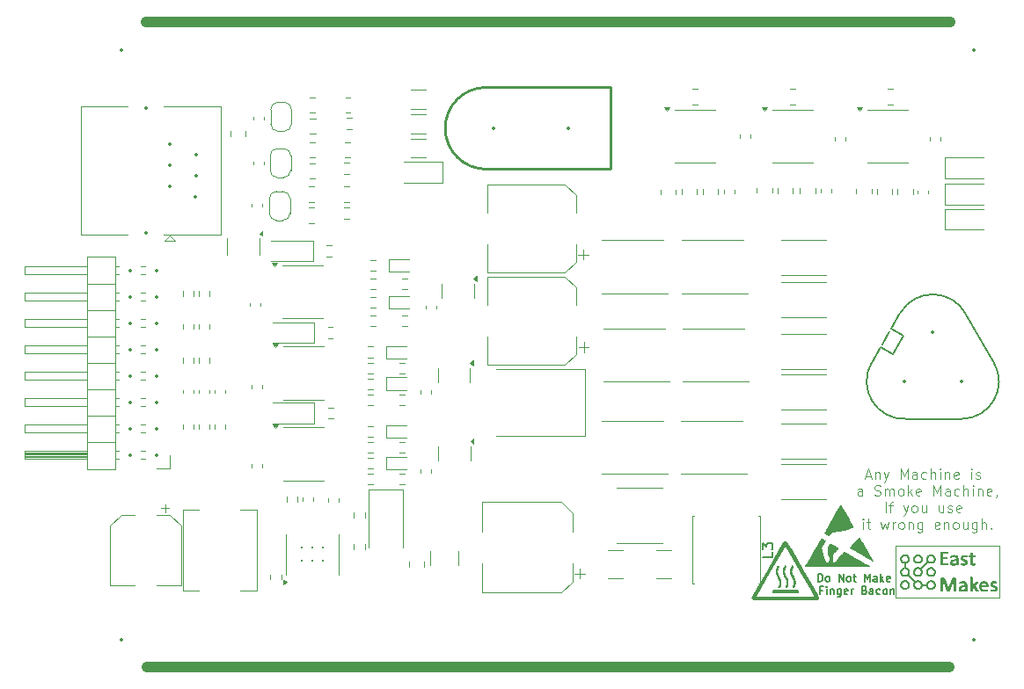
<source format=gto>
%TF.GenerationSoftware,KiCad,Pcbnew,8.0.1*%
%TF.CreationDate,2024-09-08T16:38:15+01:00*%
%TF.ProjectId,BaselineRP2040MotorController,42617365-6c69-46e6-9552-50323034304d,rev?*%
%TF.SameCoordinates,Original*%
%TF.FileFunction,Legend,Top*%
%TF.FilePolarity,Positive*%
%FSLAX46Y46*%
G04 Gerber Fmt 4.6, Leading zero omitted, Abs format (unit mm)*
G04 Created by KiCad (PCBNEW 8.0.1) date 2024-09-08 16:38:15*
%MOMM*%
%LPD*%
G01*
G04 APERTURE LIST*
%ADD10C,1.000000*%
%ADD11C,0.000000*%
%ADD12C,0.125000*%
%ADD13C,0.150000*%
%ADD14C,0.187499*%
%ADD15C,0.049999*%
%ADD16C,0.010000*%
%ADD17C,0.120000*%
%ADD18C,0.200000*%
%ADD19C,0.254000*%
%ADD20C,0.350000*%
%ADD21C,0.200000*%
G04 APERTURE END LIST*
D10*
X156200000Y-44100000D02*
X233600000Y-44100000D01*
X156300000Y-106300000D02*
X233500000Y-106300000D01*
D11*
G36*
X218549951Y-98825919D02*
G01*
X218780376Y-98832792D01*
X218866153Y-98838535D01*
X218934837Y-98846176D01*
X218988329Y-98855988D01*
X219028527Y-98868242D01*
X219057330Y-98883209D01*
X219076637Y-98901160D01*
X219088349Y-98922367D01*
X219094362Y-98947100D01*
X219096895Y-99008233D01*
X219096578Y-99040835D01*
X219095826Y-99055592D01*
X219094362Y-99069366D01*
X219091949Y-99082191D01*
X219090312Y-99088258D01*
X219088349Y-99094100D01*
X219086029Y-99099722D01*
X219083324Y-99105127D01*
X219080203Y-99110321D01*
X219076637Y-99115307D01*
X219072597Y-99120089D01*
X219068052Y-99124672D01*
X219062973Y-99129060D01*
X219057330Y-99133258D01*
X219051093Y-99137269D01*
X219044234Y-99141097D01*
X219036721Y-99144748D01*
X219028527Y-99148225D01*
X219019620Y-99151532D01*
X219009971Y-99154674D01*
X218988329Y-99160478D01*
X218963363Y-99165673D01*
X218934837Y-99170290D01*
X218902513Y-99174366D01*
X218866153Y-99177932D01*
X218825520Y-99181024D01*
X218780376Y-99183675D01*
X218730485Y-99185919D01*
X218675609Y-99187789D01*
X218615510Y-99189321D01*
X218549951Y-99190548D01*
X218401504Y-99192221D01*
X218228369Y-99193080D01*
X217800436Y-99193441D01*
X217050921Y-99190548D01*
X216820496Y-99183675D01*
X216734719Y-99177932D01*
X216666035Y-99170290D01*
X216612543Y-99160478D01*
X216572346Y-99148225D01*
X216543542Y-99133258D01*
X216524235Y-99115307D01*
X216512524Y-99094100D01*
X216506510Y-99069366D01*
X216503978Y-99008233D01*
X216504294Y-98975632D01*
X216505046Y-98960874D01*
X216506510Y-98947100D01*
X216508923Y-98934276D01*
X216510560Y-98928209D01*
X216512524Y-98922367D01*
X216514843Y-98916745D01*
X216517548Y-98911339D01*
X216520669Y-98906146D01*
X216524235Y-98901160D01*
X216528275Y-98896378D01*
X216532820Y-98891794D01*
X216537900Y-98887406D01*
X216543542Y-98883209D01*
X216549779Y-98879198D01*
X216556638Y-98875369D01*
X216564151Y-98871719D01*
X216572346Y-98868242D01*
X216581253Y-98864935D01*
X216590902Y-98861793D01*
X216612543Y-98855988D01*
X216637509Y-98850794D01*
X216666035Y-98846176D01*
X216698359Y-98842101D01*
X216734719Y-98838535D01*
X216775352Y-98835443D01*
X216820496Y-98832792D01*
X216870387Y-98830548D01*
X216925263Y-98828677D01*
X216985362Y-98827146D01*
X217050921Y-98825919D01*
X217199368Y-98824246D01*
X217372504Y-98823387D01*
X217800436Y-98823025D01*
X218549951Y-98825919D01*
G37*
G36*
X217717135Y-96468448D02*
G01*
X217718350Y-96468690D01*
X217721306Y-96469627D01*
X217724923Y-96471142D01*
X217729153Y-96473204D01*
X217733948Y-96475781D01*
X217739259Y-96478842D01*
X217745039Y-96482356D01*
X217751239Y-96486292D01*
X217757811Y-96490618D01*
X217764707Y-96495304D01*
X217771877Y-96500318D01*
X217779276Y-96505629D01*
X217786853Y-96511205D01*
X217794561Y-96517016D01*
X217802351Y-96523031D01*
X217810176Y-96529217D01*
X217823516Y-96539942D01*
X217835080Y-96549543D01*
X217840197Y-96554016D01*
X217844872Y-96558321D01*
X217849104Y-96562495D01*
X217852894Y-96566577D01*
X217856242Y-96570602D01*
X217859149Y-96574610D01*
X217861615Y-96578637D01*
X217863641Y-96582721D01*
X217865226Y-96586899D01*
X217866371Y-96591209D01*
X217867077Y-96595689D01*
X217867344Y-96600376D01*
X217867173Y-96605307D01*
X217866563Y-96610521D01*
X217865515Y-96616054D01*
X217864029Y-96621944D01*
X217862106Y-96628229D01*
X217859747Y-96634945D01*
X217856950Y-96642132D01*
X217853718Y-96649826D01*
X217850050Y-96658064D01*
X217845947Y-96666885D01*
X217836436Y-96686424D01*
X217812205Y-96734138D01*
X217792564Y-96775141D01*
X217775646Y-96816141D01*
X217761453Y-96857152D01*
X217749984Y-96898183D01*
X217741240Y-96939249D01*
X217735221Y-96980360D01*
X217731926Y-97021528D01*
X217731357Y-97062766D01*
X217733514Y-97104085D01*
X217738396Y-97145496D01*
X217746005Y-97187013D01*
X217756339Y-97228646D01*
X217769400Y-97270409D01*
X217785188Y-97312311D01*
X217803703Y-97354367D01*
X217824945Y-97396586D01*
X217910749Y-97557347D01*
X217974610Y-97679531D01*
X217999323Y-97729050D01*
X218019764Y-97772396D01*
X218036339Y-97810726D01*
X218049450Y-97845197D01*
X218059504Y-97876966D01*
X218066904Y-97907191D01*
X218072055Y-97937028D01*
X218075363Y-97967635D01*
X218077231Y-98000169D01*
X218078064Y-98035786D01*
X218078245Y-98120900D01*
X218077735Y-98193338D01*
X218076979Y-98224570D01*
X218075786Y-98252998D01*
X218074077Y-98279014D01*
X218071773Y-98303008D01*
X218068798Y-98325371D01*
X218065072Y-98346493D01*
X218060518Y-98366765D01*
X218055057Y-98386579D01*
X218048611Y-98406325D01*
X218041101Y-98426393D01*
X218032451Y-98447175D01*
X218022581Y-98469061D01*
X217998871Y-98517710D01*
X217982386Y-98549528D01*
X217965963Y-98579479D01*
X217950037Y-98606887D01*
X217935040Y-98631079D01*
X217921408Y-98651378D01*
X217915239Y-98659858D01*
X217909574Y-98667112D01*
X217904467Y-98673056D01*
X217899972Y-98677605D01*
X217896144Y-98680675D01*
X217893037Y-98682182D01*
X217891586Y-98682458D01*
X217889967Y-98682592D01*
X217888185Y-98682585D01*
X217886247Y-98682441D01*
X217881928Y-98681755D01*
X217877061Y-98680557D01*
X217871696Y-98678872D01*
X217865884Y-98676724D01*
X217859676Y-98674136D01*
X217853122Y-98671133D01*
X217846272Y-98667740D01*
X217839178Y-98663980D01*
X217831890Y-98659877D01*
X217824458Y-98655456D01*
X217816934Y-98650741D01*
X217809367Y-98645756D01*
X217801809Y-98640525D01*
X217794310Y-98635072D01*
X217794313Y-98635072D01*
X217781609Y-98625555D01*
X217770597Y-98617022D01*
X217765726Y-98613036D01*
X217761277Y-98609192D01*
X217757250Y-98605453D01*
X217753645Y-98601785D01*
X217750462Y-98598153D01*
X217747700Y-98594522D01*
X217745360Y-98590857D01*
X217743441Y-98587124D01*
X217741944Y-98583286D01*
X217740867Y-98579310D01*
X217740211Y-98575160D01*
X217739975Y-98570801D01*
X217740160Y-98566198D01*
X217740764Y-98561317D01*
X217741789Y-98556122D01*
X217743233Y-98550578D01*
X217745096Y-98544651D01*
X217747379Y-98538306D01*
X217750081Y-98531507D01*
X217753202Y-98524219D01*
X217756741Y-98516408D01*
X217760699Y-98508039D01*
X217769870Y-98489486D01*
X217793223Y-98444141D01*
X217803430Y-98424041D01*
X217812678Y-98404820D01*
X217821010Y-98386285D01*
X217828469Y-98368245D01*
X217835098Y-98350508D01*
X217840939Y-98332880D01*
X217846036Y-98315170D01*
X217850432Y-98297186D01*
X217854169Y-98278736D01*
X217857291Y-98259626D01*
X217859840Y-98239666D01*
X217861858Y-98218663D01*
X217863390Y-98196424D01*
X217864478Y-98172758D01*
X217865165Y-98147472D01*
X217865494Y-98120375D01*
X217865166Y-98064609D01*
X217864389Y-98040084D01*
X217863101Y-98017389D01*
X217861227Y-97996219D01*
X217858690Y-97976267D01*
X217855415Y-97957227D01*
X217851324Y-97938793D01*
X217846342Y-97920660D01*
X217840393Y-97902520D01*
X217833400Y-97884068D01*
X217825287Y-97864999D01*
X217815979Y-97845005D01*
X217805398Y-97823780D01*
X217780116Y-97776416D01*
X217700211Y-97629864D01*
X217638729Y-97512746D01*
X217614148Y-97463113D01*
X217593275Y-97418305D01*
X217575810Y-97377478D01*
X217561455Y-97339785D01*
X217549909Y-97304383D01*
X217540874Y-97270428D01*
X217534050Y-97237073D01*
X217529138Y-97203475D01*
X217525838Y-97168790D01*
X217523852Y-97132171D01*
X217522622Y-97049757D01*
X217523171Y-96981027D01*
X217523989Y-96951252D01*
X217525287Y-96923999D01*
X217527152Y-96898862D01*
X217529673Y-96875436D01*
X217532937Y-96853317D01*
X217537032Y-96832100D01*
X217542047Y-96811380D01*
X217548068Y-96790753D01*
X217555185Y-96769814D01*
X217563484Y-96748157D01*
X217573055Y-96725379D01*
X217583984Y-96701075D01*
X217610270Y-96646267D01*
X217628248Y-96610506D01*
X217645737Y-96577149D01*
X217662304Y-96546926D01*
X217677513Y-96520567D01*
X217690932Y-96498801D01*
X217702127Y-96482359D01*
X217706754Y-96476361D01*
X217710662Y-96471969D01*
X217713797Y-96469272D01*
X217716104Y-96468361D01*
X217717135Y-96468448D01*
G37*
G36*
X217032262Y-96468450D02*
G01*
X217033308Y-96468687D01*
X217035921Y-96469605D01*
X217039191Y-96471089D01*
X217043072Y-96473108D01*
X217047519Y-96475631D01*
X217052485Y-96478629D01*
X217057926Y-96482070D01*
X217063795Y-96485924D01*
X217070046Y-96490160D01*
X217076634Y-96494748D01*
X217090637Y-96504858D01*
X217105437Y-96516008D01*
X217120668Y-96527955D01*
X217133728Y-96538459D01*
X217145048Y-96547890D01*
X217150056Y-96552303D01*
X217154629Y-96556567D01*
X217158767Y-96560722D01*
X217162471Y-96564808D01*
X217165741Y-96568866D01*
X217168577Y-96572935D01*
X217170978Y-96577054D01*
X217172946Y-96581265D01*
X217174479Y-96585607D01*
X217175579Y-96590119D01*
X217176246Y-96594843D01*
X217176479Y-96599817D01*
X217176279Y-96605082D01*
X217175645Y-96610677D01*
X217174579Y-96616644D01*
X217173080Y-96623020D01*
X217171148Y-96629847D01*
X217168783Y-96637165D01*
X217165986Y-96645013D01*
X217162756Y-96653432D01*
X217159094Y-96662460D01*
X217155000Y-96672139D01*
X217145516Y-96693607D01*
X217121368Y-96746104D01*
X217102340Y-96789550D01*
X217085967Y-96832128D01*
X217072253Y-96873943D01*
X217061198Y-96915102D01*
X217052806Y-96955713D01*
X217047080Y-96995880D01*
X217044022Y-97035712D01*
X217043635Y-97075313D01*
X217045920Y-97114791D01*
X217050882Y-97154252D01*
X217058521Y-97193803D01*
X217068842Y-97233549D01*
X217081845Y-97273598D01*
X217097535Y-97314056D01*
X217115913Y-97355030D01*
X217136982Y-97396625D01*
X217222767Y-97557317D01*
X217286618Y-97679466D01*
X217311330Y-97728977D01*
X217331771Y-97772321D01*
X217348347Y-97810654D01*
X217361461Y-97845131D01*
X217371519Y-97876910D01*
X217378923Y-97907146D01*
X217384079Y-97936994D01*
X217387390Y-97967613D01*
X217389262Y-98000157D01*
X217390099Y-98035782D01*
X217390283Y-98120903D01*
X217389772Y-98193341D01*
X217389017Y-98224573D01*
X217387823Y-98253001D01*
X217386114Y-98279017D01*
X217383811Y-98303011D01*
X217380836Y-98325374D01*
X217377110Y-98346496D01*
X217372555Y-98366768D01*
X217367094Y-98386582D01*
X217360648Y-98406328D01*
X217353139Y-98426396D01*
X217344489Y-98447178D01*
X217334619Y-98469064D01*
X217310908Y-98517713D01*
X217294424Y-98549531D01*
X217278001Y-98579482D01*
X217262074Y-98606890D01*
X217247078Y-98631082D01*
X217233446Y-98651381D01*
X217227277Y-98659861D01*
X217221611Y-98667115D01*
X217216505Y-98673059D01*
X217212010Y-98677608D01*
X217208182Y-98680678D01*
X217205075Y-98682185D01*
X217203626Y-98682462D01*
X217202010Y-98682599D01*
X217200236Y-98682597D01*
X217198308Y-98682461D01*
X217194017Y-98681795D01*
X217189187Y-98680625D01*
X217183870Y-98678974D01*
X217178114Y-98676867D01*
X217171971Y-98674326D01*
X217165489Y-98671376D01*
X217158719Y-98668041D01*
X217151711Y-98664344D01*
X217144515Y-98660309D01*
X217137181Y-98655959D01*
X217129760Y-98651319D01*
X217122300Y-98646412D01*
X217114853Y-98641261D01*
X217107467Y-98635891D01*
X217107516Y-98635892D01*
X217095011Y-98626513D01*
X217084183Y-98618058D01*
X217079401Y-98614078D01*
X217075042Y-98610210D01*
X217071108Y-98606415D01*
X217067598Y-98602651D01*
X217064515Y-98598880D01*
X217061860Y-98595061D01*
X217059633Y-98591155D01*
X217057837Y-98587123D01*
X217056473Y-98582923D01*
X217055540Y-98578517D01*
X217055042Y-98573864D01*
X217054978Y-98568926D01*
X217055351Y-98563661D01*
X217056161Y-98558031D01*
X217057410Y-98551994D01*
X217059099Y-98545513D01*
X217061228Y-98538546D01*
X217063800Y-98531054D01*
X217066815Y-98522998D01*
X217070275Y-98514337D01*
X217078534Y-98495041D01*
X217088586Y-98472849D01*
X217114106Y-98418503D01*
X217136053Y-98370446D01*
X217154668Y-98325519D01*
X217169867Y-98283034D01*
X217176159Y-98262493D01*
X217181564Y-98242304D01*
X217186074Y-98222383D01*
X217189676Y-98202642D01*
X217192360Y-98182997D01*
X217194116Y-98163361D01*
X217194933Y-98143648D01*
X217194801Y-98123772D01*
X217193708Y-98103648D01*
X217191644Y-98083189D01*
X217188599Y-98062310D01*
X217184561Y-98040924D01*
X217179521Y-98018946D01*
X217173468Y-97996290D01*
X217158278Y-97948599D01*
X217138908Y-97897164D01*
X217115272Y-97841298D01*
X217087285Y-97780313D01*
X217054863Y-97713522D01*
X217017920Y-97640237D01*
X216981703Y-97568197D01*
X216949468Y-97501376D01*
X216921116Y-97439255D01*
X216896546Y-97381317D01*
X216875658Y-97327042D01*
X216858352Y-97275912D01*
X216844528Y-97227409D01*
X216834086Y-97181014D01*
X216826926Y-97136208D01*
X216822947Y-97092473D01*
X216822050Y-97049291D01*
X216824135Y-97006143D01*
X216829101Y-96962510D01*
X216836848Y-96917874D01*
X216847277Y-96871717D01*
X216860287Y-96823520D01*
X216869208Y-96794175D01*
X216879187Y-96764078D01*
X216901616Y-96703086D01*
X216926165Y-96643470D01*
X216951425Y-96588153D01*
X216975987Y-96540059D01*
X216987566Y-96519635D01*
X216998442Y-96502114D01*
X217008440Y-96487861D01*
X217017382Y-96477241D01*
X217025094Y-96470621D01*
X217028433Y-96468925D01*
X217031398Y-96468365D01*
X217032262Y-96468450D01*
G37*
G36*
X217791375Y-94115975D02*
G01*
X217808633Y-94118059D01*
X217825608Y-94121533D01*
X217842162Y-94126396D01*
X217850237Y-94129349D01*
X217858154Y-94132649D01*
X217865895Y-94136296D01*
X217873445Y-94140291D01*
X217880784Y-94144633D01*
X217887895Y-94149323D01*
X217894761Y-94154360D01*
X217901365Y-94159744D01*
X218059715Y-94411129D01*
X218423861Y-95028777D01*
X219490489Y-96875896D01*
X220543153Y-98727165D01*
X220889844Y-99350000D01*
X221023758Y-99608646D01*
X221024919Y-99620300D01*
X221025549Y-99631393D01*
X221025626Y-99641984D01*
X221025127Y-99652132D01*
X221024030Y-99661896D01*
X221022313Y-99671335D01*
X221019953Y-99680507D01*
X221016929Y-99689472D01*
X221013217Y-99698288D01*
X221008797Y-99707014D01*
X221003644Y-99715710D01*
X220997738Y-99724433D01*
X220991055Y-99733243D01*
X220983575Y-99742198D01*
X220975273Y-99751358D01*
X220966128Y-99760781D01*
X220959886Y-99766928D01*
X220956731Y-99769857D01*
X220953455Y-99772691D01*
X220949987Y-99775432D01*
X220946253Y-99778082D01*
X220942179Y-99780642D01*
X220937692Y-99783114D01*
X220932721Y-99785499D01*
X220927191Y-99787799D01*
X220921029Y-99790016D01*
X220914163Y-99792150D01*
X220906520Y-99794204D01*
X220898025Y-99796179D01*
X220888607Y-99798076D01*
X220878192Y-99799897D01*
X220866707Y-99801645D01*
X220854079Y-99803319D01*
X220840235Y-99804922D01*
X220825102Y-99806455D01*
X220808607Y-99807921D01*
X220790677Y-99809319D01*
X220771238Y-99810653D01*
X220750218Y-99811923D01*
X220727544Y-99813131D01*
X220703142Y-99814279D01*
X220648864Y-99816400D01*
X220586800Y-99818297D01*
X220516364Y-99819984D01*
X220436973Y-99821473D01*
X220348042Y-99822776D01*
X220248986Y-99823906D01*
X220139221Y-99824874D01*
X220018163Y-99825694D01*
X219885226Y-99826377D01*
X219739827Y-99826937D01*
X219581381Y-99827385D01*
X219223010Y-99827996D01*
X218805436Y-99828310D01*
X217773979Y-99828442D01*
X215966577Y-99827385D01*
X215031594Y-99819984D01*
X214797740Y-99811923D01*
X214669766Y-99799897D01*
X214610266Y-99783114D01*
X214581830Y-99760781D01*
X214581829Y-99760781D01*
X214572680Y-99751355D01*
X214564375Y-99742193D01*
X214556893Y-99733237D01*
X214550209Y-99724427D01*
X214544303Y-99715705D01*
X214539152Y-99707012D01*
X214534733Y-99698288D01*
X214531025Y-99689474D01*
X214528004Y-99680511D01*
X214525648Y-99671340D01*
X214523935Y-99661903D01*
X214522843Y-99652140D01*
X214522349Y-99641991D01*
X214522431Y-99631399D01*
X214523067Y-99620304D01*
X214524234Y-99608646D01*
X214601107Y-99460123D01*
X214995852Y-99460123D01*
X215008648Y-99462818D01*
X215046516Y-99465388D01*
X215194360Y-99470128D01*
X215756716Y-99477814D01*
X216633171Y-99482746D01*
X217773977Y-99484487D01*
X219780070Y-99477815D01*
X220349407Y-99470228D01*
X220552102Y-99460479D01*
X220552102Y-99460476D01*
X220524023Y-99406871D01*
X220443547Y-99262561D01*
X220147974Y-98741433D01*
X219176347Y-97046386D01*
X217787285Y-94629612D01*
X217786456Y-94628003D01*
X217785628Y-94626497D01*
X217784799Y-94625095D01*
X217783969Y-94623795D01*
X217783139Y-94622600D01*
X217782309Y-94621507D01*
X217781478Y-94620518D01*
X217780647Y-94619632D01*
X217779816Y-94618850D01*
X217778984Y-94618171D01*
X217778153Y-94617595D01*
X217777321Y-94617122D01*
X217776490Y-94616753D01*
X217775658Y-94616488D01*
X217774826Y-94616326D01*
X217773995Y-94616267D01*
X217773163Y-94616311D01*
X217772332Y-94616459D01*
X217771501Y-94616710D01*
X217770670Y-94617065D01*
X217769839Y-94617523D01*
X217769009Y-94618084D01*
X217768179Y-94618749D01*
X217767350Y-94619517D01*
X217766521Y-94620388D01*
X217765692Y-94621363D01*
X217764864Y-94622441D01*
X217764037Y-94623623D01*
X217763210Y-94624907D01*
X217762384Y-94626296D01*
X217761559Y-94627787D01*
X217760734Y-94629382D01*
X216371672Y-97045800D01*
X215400000Y-98740866D01*
X214995852Y-99460123D01*
X214601107Y-99460123D01*
X214658165Y-99349884D01*
X215004850Y-98726960D01*
X216057453Y-96875609D01*
X217123978Y-95028550D01*
X217488068Y-94410993D01*
X217646365Y-94159744D01*
X217652995Y-94154360D01*
X217659886Y-94149323D01*
X217667021Y-94144633D01*
X217674381Y-94140291D01*
X217681950Y-94136296D01*
X217689709Y-94132649D01*
X217697643Y-94129349D01*
X217705732Y-94126396D01*
X217722309Y-94121533D01*
X217739302Y-94118059D01*
X217756570Y-94115975D01*
X217773974Y-94115281D01*
X217791375Y-94115975D01*
G37*
G36*
X218408100Y-96468450D02*
G01*
X218409145Y-96468688D01*
X218411758Y-96469606D01*
X218415028Y-96471090D01*
X218418910Y-96473109D01*
X218423356Y-96475632D01*
X218428323Y-96478630D01*
X218433764Y-96482071D01*
X218439633Y-96485925D01*
X218445884Y-96490161D01*
X218452472Y-96494749D01*
X218466474Y-96504859D01*
X218481274Y-96516009D01*
X218496504Y-96527955D01*
X218509565Y-96538460D01*
X218520885Y-96547891D01*
X218525893Y-96552304D01*
X218530466Y-96556568D01*
X218534604Y-96560723D01*
X218538308Y-96564809D01*
X218541578Y-96568867D01*
X218544414Y-96572935D01*
X218546815Y-96577055D01*
X218548783Y-96581266D01*
X218550317Y-96585608D01*
X218551417Y-96590120D01*
X218552083Y-96594843D01*
X218552316Y-96599818D01*
X218552116Y-96605083D01*
X218551483Y-96610678D01*
X218550416Y-96616644D01*
X218548917Y-96623021D01*
X218546985Y-96629848D01*
X218544620Y-96637166D01*
X218541823Y-96645014D01*
X218538593Y-96653432D01*
X218534931Y-96662461D01*
X218530837Y-96672140D01*
X218521353Y-96693608D01*
X218497204Y-96746105D01*
X218478176Y-96789551D01*
X218461804Y-96832128D01*
X218448089Y-96873944D01*
X218437034Y-96915103D01*
X218428643Y-96955713D01*
X218422916Y-96995881D01*
X218419858Y-97035712D01*
X218419471Y-97075314D01*
X218421756Y-97114792D01*
X218426718Y-97154253D01*
X218434357Y-97193803D01*
X218444677Y-97233550D01*
X218457681Y-97273599D01*
X218473370Y-97314057D01*
X218491748Y-97355031D01*
X218512817Y-97396626D01*
X218598601Y-97557318D01*
X218662453Y-97679467D01*
X218687165Y-97728978D01*
X218707606Y-97772322D01*
X218724182Y-97810655D01*
X218737297Y-97845132D01*
X218747354Y-97876911D01*
X218754759Y-97907146D01*
X218759915Y-97936995D01*
X218763226Y-97967614D01*
X218765098Y-98000157D01*
X218765935Y-98035783D01*
X218766119Y-98120903D01*
X218765608Y-98193341D01*
X218764853Y-98224573D01*
X218763660Y-98253002D01*
X218761951Y-98279018D01*
X218759647Y-98303012D01*
X218756672Y-98325374D01*
X218752946Y-98346497D01*
X218748392Y-98366769D01*
X218742930Y-98386583D01*
X218736484Y-98406329D01*
X218728975Y-98426397D01*
X218720325Y-98447179D01*
X218710455Y-98469065D01*
X218686744Y-98517714D01*
X218670259Y-98549532D01*
X218653836Y-98579483D01*
X218637910Y-98606891D01*
X218622913Y-98631083D01*
X218609281Y-98651382D01*
X218603112Y-98659862D01*
X218597447Y-98667116D01*
X218592340Y-98673059D01*
X218587846Y-98677609D01*
X218584018Y-98680679D01*
X218580911Y-98682186D01*
X218579462Y-98682463D01*
X218577847Y-98682600D01*
X218576072Y-98682598D01*
X218574144Y-98682462D01*
X218569853Y-98681796D01*
X218565024Y-98680625D01*
X218559706Y-98678975D01*
X218553951Y-98676867D01*
X218547807Y-98674327D01*
X218541325Y-98671377D01*
X218534555Y-98668041D01*
X218527547Y-98664344D01*
X218520351Y-98660309D01*
X218513017Y-98655959D01*
X218505596Y-98651319D01*
X218498136Y-98646412D01*
X218490689Y-98641261D01*
X218483304Y-98635891D01*
X218483349Y-98635892D01*
X218470842Y-98626519D01*
X218460001Y-98618110D01*
X218455204Y-98614179D01*
X218450822Y-98610385D01*
X218446856Y-98606691D01*
X218443304Y-98603064D01*
X218440168Y-98599468D01*
X218437445Y-98595868D01*
X218435137Y-98592229D01*
X218433243Y-98588517D01*
X218431762Y-98584696D01*
X218430694Y-98580732D01*
X218430040Y-98576589D01*
X218429798Y-98572232D01*
X218429968Y-98567627D01*
X218430551Y-98562739D01*
X218431546Y-98557532D01*
X218432952Y-98551972D01*
X218434769Y-98546023D01*
X218436998Y-98539652D01*
X218439637Y-98532821D01*
X218442687Y-98525498D01*
X218446147Y-98517647D01*
X218450017Y-98509232D01*
X218458986Y-98490574D01*
X218481830Y-98444961D01*
X218489753Y-98428684D01*
X218497378Y-98411839D01*
X218504686Y-98394489D01*
X218511662Y-98376696D01*
X218518286Y-98358525D01*
X218524542Y-98340037D01*
X218530413Y-98321295D01*
X218535880Y-98302364D01*
X218540927Y-98283304D01*
X218545535Y-98264181D01*
X218549689Y-98245055D01*
X218553370Y-98225991D01*
X218556560Y-98207051D01*
X218559243Y-98188298D01*
X218561401Y-98169795D01*
X218563017Y-98151606D01*
X218564855Y-98124996D01*
X218566058Y-98100762D01*
X218566409Y-98078240D01*
X218565688Y-98056771D01*
X218564857Y-98046225D01*
X218563676Y-98035694D01*
X218562117Y-98025096D01*
X218560154Y-98014348D01*
X218557758Y-98003367D01*
X218554903Y-97992071D01*
X218551561Y-97980377D01*
X218547704Y-97968203D01*
X218538338Y-97942082D01*
X218526586Y-97913049D01*
X218512229Y-97880441D01*
X218495048Y-97843599D01*
X218474825Y-97801861D01*
X218451339Y-97754565D01*
X218393705Y-97640661D01*
X218356573Y-97566415D01*
X218323525Y-97497453D01*
X218294467Y-97433276D01*
X218269306Y-97373387D01*
X218247950Y-97317288D01*
X218230303Y-97264481D01*
X218216273Y-97214469D01*
X218205767Y-97166754D01*
X218198691Y-97120838D01*
X218194950Y-97076223D01*
X218194453Y-97032412D01*
X218197106Y-96988907D01*
X218202814Y-96945211D01*
X218211485Y-96900825D01*
X218223025Y-96855251D01*
X218237341Y-96807993D01*
X218257337Y-96751033D01*
X218280470Y-96692655D01*
X218305349Y-96635640D01*
X218330583Y-96582771D01*
X218354780Y-96536827D01*
X218366054Y-96517321D01*
X218376548Y-96500591D01*
X218386087Y-96486982D01*
X218394497Y-96476843D01*
X218401605Y-96470522D01*
X218404615Y-96468902D01*
X218407235Y-96468366D01*
X218408100Y-96468450D01*
G37*
D12*
X225519047Y-87855572D02*
X225995237Y-87855572D01*
X225423809Y-88141287D02*
X225757142Y-87141287D01*
X225757142Y-87141287D02*
X226090475Y-88141287D01*
X226423809Y-87474620D02*
X226423809Y-88141287D01*
X226423809Y-87569858D02*
X226471428Y-87522239D01*
X226471428Y-87522239D02*
X226566666Y-87474620D01*
X226566666Y-87474620D02*
X226709523Y-87474620D01*
X226709523Y-87474620D02*
X226804761Y-87522239D01*
X226804761Y-87522239D02*
X226852380Y-87617477D01*
X226852380Y-87617477D02*
X226852380Y-88141287D01*
X227233333Y-87474620D02*
X227471428Y-88141287D01*
X227709523Y-87474620D02*
X227471428Y-88141287D01*
X227471428Y-88141287D02*
X227376190Y-88379382D01*
X227376190Y-88379382D02*
X227328571Y-88427001D01*
X227328571Y-88427001D02*
X227233333Y-88474620D01*
X228852381Y-88141287D02*
X228852381Y-87141287D01*
X228852381Y-87141287D02*
X229185714Y-87855572D01*
X229185714Y-87855572D02*
X229519047Y-87141287D01*
X229519047Y-87141287D02*
X229519047Y-88141287D01*
X230423809Y-88141287D02*
X230423809Y-87617477D01*
X230423809Y-87617477D02*
X230376190Y-87522239D01*
X230376190Y-87522239D02*
X230280952Y-87474620D01*
X230280952Y-87474620D02*
X230090476Y-87474620D01*
X230090476Y-87474620D02*
X229995238Y-87522239D01*
X230423809Y-88093668D02*
X230328571Y-88141287D01*
X230328571Y-88141287D02*
X230090476Y-88141287D01*
X230090476Y-88141287D02*
X229995238Y-88093668D01*
X229995238Y-88093668D02*
X229947619Y-87998429D01*
X229947619Y-87998429D02*
X229947619Y-87903191D01*
X229947619Y-87903191D02*
X229995238Y-87807953D01*
X229995238Y-87807953D02*
X230090476Y-87760334D01*
X230090476Y-87760334D02*
X230328571Y-87760334D01*
X230328571Y-87760334D02*
X230423809Y-87712715D01*
X231328571Y-88093668D02*
X231233333Y-88141287D01*
X231233333Y-88141287D02*
X231042857Y-88141287D01*
X231042857Y-88141287D02*
X230947619Y-88093668D01*
X230947619Y-88093668D02*
X230900000Y-88046048D01*
X230900000Y-88046048D02*
X230852381Y-87950810D01*
X230852381Y-87950810D02*
X230852381Y-87665096D01*
X230852381Y-87665096D02*
X230900000Y-87569858D01*
X230900000Y-87569858D02*
X230947619Y-87522239D01*
X230947619Y-87522239D02*
X231042857Y-87474620D01*
X231042857Y-87474620D02*
X231233333Y-87474620D01*
X231233333Y-87474620D02*
X231328571Y-87522239D01*
X231757143Y-88141287D02*
X231757143Y-87141287D01*
X232185714Y-88141287D02*
X232185714Y-87617477D01*
X232185714Y-87617477D02*
X232138095Y-87522239D01*
X232138095Y-87522239D02*
X232042857Y-87474620D01*
X232042857Y-87474620D02*
X231900000Y-87474620D01*
X231900000Y-87474620D02*
X231804762Y-87522239D01*
X231804762Y-87522239D02*
X231757143Y-87569858D01*
X232661905Y-88141287D02*
X232661905Y-87474620D01*
X232661905Y-87141287D02*
X232614286Y-87188906D01*
X232614286Y-87188906D02*
X232661905Y-87236525D01*
X232661905Y-87236525D02*
X232709524Y-87188906D01*
X232709524Y-87188906D02*
X232661905Y-87141287D01*
X232661905Y-87141287D02*
X232661905Y-87236525D01*
X233138095Y-87474620D02*
X233138095Y-88141287D01*
X233138095Y-87569858D02*
X233185714Y-87522239D01*
X233185714Y-87522239D02*
X233280952Y-87474620D01*
X233280952Y-87474620D02*
X233423809Y-87474620D01*
X233423809Y-87474620D02*
X233519047Y-87522239D01*
X233519047Y-87522239D02*
X233566666Y-87617477D01*
X233566666Y-87617477D02*
X233566666Y-88141287D01*
X234423809Y-88093668D02*
X234328571Y-88141287D01*
X234328571Y-88141287D02*
X234138095Y-88141287D01*
X234138095Y-88141287D02*
X234042857Y-88093668D01*
X234042857Y-88093668D02*
X233995238Y-87998429D01*
X233995238Y-87998429D02*
X233995238Y-87617477D01*
X233995238Y-87617477D02*
X234042857Y-87522239D01*
X234042857Y-87522239D02*
X234138095Y-87474620D01*
X234138095Y-87474620D02*
X234328571Y-87474620D01*
X234328571Y-87474620D02*
X234423809Y-87522239D01*
X234423809Y-87522239D02*
X234471428Y-87617477D01*
X234471428Y-87617477D02*
X234471428Y-87712715D01*
X234471428Y-87712715D02*
X233995238Y-87807953D01*
X235661905Y-88141287D02*
X235661905Y-87474620D01*
X235661905Y-87141287D02*
X235614286Y-87188906D01*
X235614286Y-87188906D02*
X235661905Y-87236525D01*
X235661905Y-87236525D02*
X235709524Y-87188906D01*
X235709524Y-87188906D02*
X235661905Y-87141287D01*
X235661905Y-87141287D02*
X235661905Y-87236525D01*
X236090476Y-88093668D02*
X236185714Y-88141287D01*
X236185714Y-88141287D02*
X236376190Y-88141287D01*
X236376190Y-88141287D02*
X236471428Y-88093668D01*
X236471428Y-88093668D02*
X236519047Y-87998429D01*
X236519047Y-87998429D02*
X236519047Y-87950810D01*
X236519047Y-87950810D02*
X236471428Y-87855572D01*
X236471428Y-87855572D02*
X236376190Y-87807953D01*
X236376190Y-87807953D02*
X236233333Y-87807953D01*
X236233333Y-87807953D02*
X236138095Y-87760334D01*
X236138095Y-87760334D02*
X236090476Y-87665096D01*
X236090476Y-87665096D02*
X236090476Y-87617477D01*
X236090476Y-87617477D02*
X236138095Y-87522239D01*
X236138095Y-87522239D02*
X236233333Y-87474620D01*
X236233333Y-87474620D02*
X236376190Y-87474620D01*
X236376190Y-87474620D02*
X236471428Y-87522239D01*
X225161904Y-89751231D02*
X225161904Y-89227421D01*
X225161904Y-89227421D02*
X225114285Y-89132183D01*
X225114285Y-89132183D02*
X225019047Y-89084564D01*
X225019047Y-89084564D02*
X224828571Y-89084564D01*
X224828571Y-89084564D02*
X224733333Y-89132183D01*
X225161904Y-89703612D02*
X225066666Y-89751231D01*
X225066666Y-89751231D02*
X224828571Y-89751231D01*
X224828571Y-89751231D02*
X224733333Y-89703612D01*
X224733333Y-89703612D02*
X224685714Y-89608373D01*
X224685714Y-89608373D02*
X224685714Y-89513135D01*
X224685714Y-89513135D02*
X224733333Y-89417897D01*
X224733333Y-89417897D02*
X224828571Y-89370278D01*
X224828571Y-89370278D02*
X225066666Y-89370278D01*
X225066666Y-89370278D02*
X225161904Y-89322659D01*
X226352381Y-89703612D02*
X226495238Y-89751231D01*
X226495238Y-89751231D02*
X226733333Y-89751231D01*
X226733333Y-89751231D02*
X226828571Y-89703612D01*
X226828571Y-89703612D02*
X226876190Y-89655992D01*
X226876190Y-89655992D02*
X226923809Y-89560754D01*
X226923809Y-89560754D02*
X226923809Y-89465516D01*
X226923809Y-89465516D02*
X226876190Y-89370278D01*
X226876190Y-89370278D02*
X226828571Y-89322659D01*
X226828571Y-89322659D02*
X226733333Y-89275040D01*
X226733333Y-89275040D02*
X226542857Y-89227421D01*
X226542857Y-89227421D02*
X226447619Y-89179802D01*
X226447619Y-89179802D02*
X226400000Y-89132183D01*
X226400000Y-89132183D02*
X226352381Y-89036945D01*
X226352381Y-89036945D02*
X226352381Y-88941707D01*
X226352381Y-88941707D02*
X226400000Y-88846469D01*
X226400000Y-88846469D02*
X226447619Y-88798850D01*
X226447619Y-88798850D02*
X226542857Y-88751231D01*
X226542857Y-88751231D02*
X226780952Y-88751231D01*
X226780952Y-88751231D02*
X226923809Y-88798850D01*
X227352381Y-89751231D02*
X227352381Y-89084564D01*
X227352381Y-89179802D02*
X227400000Y-89132183D01*
X227400000Y-89132183D02*
X227495238Y-89084564D01*
X227495238Y-89084564D02*
X227638095Y-89084564D01*
X227638095Y-89084564D02*
X227733333Y-89132183D01*
X227733333Y-89132183D02*
X227780952Y-89227421D01*
X227780952Y-89227421D02*
X227780952Y-89751231D01*
X227780952Y-89227421D02*
X227828571Y-89132183D01*
X227828571Y-89132183D02*
X227923809Y-89084564D01*
X227923809Y-89084564D02*
X228066666Y-89084564D01*
X228066666Y-89084564D02*
X228161905Y-89132183D01*
X228161905Y-89132183D02*
X228209524Y-89227421D01*
X228209524Y-89227421D02*
X228209524Y-89751231D01*
X228828571Y-89751231D02*
X228733333Y-89703612D01*
X228733333Y-89703612D02*
X228685714Y-89655992D01*
X228685714Y-89655992D02*
X228638095Y-89560754D01*
X228638095Y-89560754D02*
X228638095Y-89275040D01*
X228638095Y-89275040D02*
X228685714Y-89179802D01*
X228685714Y-89179802D02*
X228733333Y-89132183D01*
X228733333Y-89132183D02*
X228828571Y-89084564D01*
X228828571Y-89084564D02*
X228971428Y-89084564D01*
X228971428Y-89084564D02*
X229066666Y-89132183D01*
X229066666Y-89132183D02*
X229114285Y-89179802D01*
X229114285Y-89179802D02*
X229161904Y-89275040D01*
X229161904Y-89275040D02*
X229161904Y-89560754D01*
X229161904Y-89560754D02*
X229114285Y-89655992D01*
X229114285Y-89655992D02*
X229066666Y-89703612D01*
X229066666Y-89703612D02*
X228971428Y-89751231D01*
X228971428Y-89751231D02*
X228828571Y-89751231D01*
X229590476Y-89751231D02*
X229590476Y-88751231D01*
X229685714Y-89370278D02*
X229971428Y-89751231D01*
X229971428Y-89084564D02*
X229590476Y-89465516D01*
X230780952Y-89703612D02*
X230685714Y-89751231D01*
X230685714Y-89751231D02*
X230495238Y-89751231D01*
X230495238Y-89751231D02*
X230400000Y-89703612D01*
X230400000Y-89703612D02*
X230352381Y-89608373D01*
X230352381Y-89608373D02*
X230352381Y-89227421D01*
X230352381Y-89227421D02*
X230400000Y-89132183D01*
X230400000Y-89132183D02*
X230495238Y-89084564D01*
X230495238Y-89084564D02*
X230685714Y-89084564D01*
X230685714Y-89084564D02*
X230780952Y-89132183D01*
X230780952Y-89132183D02*
X230828571Y-89227421D01*
X230828571Y-89227421D02*
X230828571Y-89322659D01*
X230828571Y-89322659D02*
X230352381Y-89417897D01*
X232019048Y-89751231D02*
X232019048Y-88751231D01*
X232019048Y-88751231D02*
X232352381Y-89465516D01*
X232352381Y-89465516D02*
X232685714Y-88751231D01*
X232685714Y-88751231D02*
X232685714Y-89751231D01*
X233590476Y-89751231D02*
X233590476Y-89227421D01*
X233590476Y-89227421D02*
X233542857Y-89132183D01*
X233542857Y-89132183D02*
X233447619Y-89084564D01*
X233447619Y-89084564D02*
X233257143Y-89084564D01*
X233257143Y-89084564D02*
X233161905Y-89132183D01*
X233590476Y-89703612D02*
X233495238Y-89751231D01*
X233495238Y-89751231D02*
X233257143Y-89751231D01*
X233257143Y-89751231D02*
X233161905Y-89703612D01*
X233161905Y-89703612D02*
X233114286Y-89608373D01*
X233114286Y-89608373D02*
X233114286Y-89513135D01*
X233114286Y-89513135D02*
X233161905Y-89417897D01*
X233161905Y-89417897D02*
X233257143Y-89370278D01*
X233257143Y-89370278D02*
X233495238Y-89370278D01*
X233495238Y-89370278D02*
X233590476Y-89322659D01*
X234495238Y-89703612D02*
X234400000Y-89751231D01*
X234400000Y-89751231D02*
X234209524Y-89751231D01*
X234209524Y-89751231D02*
X234114286Y-89703612D01*
X234114286Y-89703612D02*
X234066667Y-89655992D01*
X234066667Y-89655992D02*
X234019048Y-89560754D01*
X234019048Y-89560754D02*
X234019048Y-89275040D01*
X234019048Y-89275040D02*
X234066667Y-89179802D01*
X234066667Y-89179802D02*
X234114286Y-89132183D01*
X234114286Y-89132183D02*
X234209524Y-89084564D01*
X234209524Y-89084564D02*
X234400000Y-89084564D01*
X234400000Y-89084564D02*
X234495238Y-89132183D01*
X234923810Y-89751231D02*
X234923810Y-88751231D01*
X235352381Y-89751231D02*
X235352381Y-89227421D01*
X235352381Y-89227421D02*
X235304762Y-89132183D01*
X235304762Y-89132183D02*
X235209524Y-89084564D01*
X235209524Y-89084564D02*
X235066667Y-89084564D01*
X235066667Y-89084564D02*
X234971429Y-89132183D01*
X234971429Y-89132183D02*
X234923810Y-89179802D01*
X235828572Y-89751231D02*
X235828572Y-89084564D01*
X235828572Y-88751231D02*
X235780953Y-88798850D01*
X235780953Y-88798850D02*
X235828572Y-88846469D01*
X235828572Y-88846469D02*
X235876191Y-88798850D01*
X235876191Y-88798850D02*
X235828572Y-88751231D01*
X235828572Y-88751231D02*
X235828572Y-88846469D01*
X236304762Y-89084564D02*
X236304762Y-89751231D01*
X236304762Y-89179802D02*
X236352381Y-89132183D01*
X236352381Y-89132183D02*
X236447619Y-89084564D01*
X236447619Y-89084564D02*
X236590476Y-89084564D01*
X236590476Y-89084564D02*
X236685714Y-89132183D01*
X236685714Y-89132183D02*
X236733333Y-89227421D01*
X236733333Y-89227421D02*
X236733333Y-89751231D01*
X237590476Y-89703612D02*
X237495238Y-89751231D01*
X237495238Y-89751231D02*
X237304762Y-89751231D01*
X237304762Y-89751231D02*
X237209524Y-89703612D01*
X237209524Y-89703612D02*
X237161905Y-89608373D01*
X237161905Y-89608373D02*
X237161905Y-89227421D01*
X237161905Y-89227421D02*
X237209524Y-89132183D01*
X237209524Y-89132183D02*
X237304762Y-89084564D01*
X237304762Y-89084564D02*
X237495238Y-89084564D01*
X237495238Y-89084564D02*
X237590476Y-89132183D01*
X237590476Y-89132183D02*
X237638095Y-89227421D01*
X237638095Y-89227421D02*
X237638095Y-89322659D01*
X237638095Y-89322659D02*
X237161905Y-89417897D01*
X238114286Y-89703612D02*
X238114286Y-89751231D01*
X238114286Y-89751231D02*
X238066667Y-89846469D01*
X238066667Y-89846469D02*
X238019048Y-89894088D01*
X227399999Y-91361175D02*
X227399999Y-90361175D01*
X227733332Y-90694508D02*
X228114284Y-90694508D01*
X227876189Y-91361175D02*
X227876189Y-90504032D01*
X227876189Y-90504032D02*
X227923808Y-90408794D01*
X227923808Y-90408794D02*
X228019046Y-90361175D01*
X228019046Y-90361175D02*
X228114284Y-90361175D01*
X229114285Y-90694508D02*
X229352380Y-91361175D01*
X229590475Y-90694508D02*
X229352380Y-91361175D01*
X229352380Y-91361175D02*
X229257142Y-91599270D01*
X229257142Y-91599270D02*
X229209523Y-91646889D01*
X229209523Y-91646889D02*
X229114285Y-91694508D01*
X230114285Y-91361175D02*
X230019047Y-91313556D01*
X230019047Y-91313556D02*
X229971428Y-91265936D01*
X229971428Y-91265936D02*
X229923809Y-91170698D01*
X229923809Y-91170698D02*
X229923809Y-90884984D01*
X229923809Y-90884984D02*
X229971428Y-90789746D01*
X229971428Y-90789746D02*
X230019047Y-90742127D01*
X230019047Y-90742127D02*
X230114285Y-90694508D01*
X230114285Y-90694508D02*
X230257142Y-90694508D01*
X230257142Y-90694508D02*
X230352380Y-90742127D01*
X230352380Y-90742127D02*
X230399999Y-90789746D01*
X230399999Y-90789746D02*
X230447618Y-90884984D01*
X230447618Y-90884984D02*
X230447618Y-91170698D01*
X230447618Y-91170698D02*
X230399999Y-91265936D01*
X230399999Y-91265936D02*
X230352380Y-91313556D01*
X230352380Y-91313556D02*
X230257142Y-91361175D01*
X230257142Y-91361175D02*
X230114285Y-91361175D01*
X231304761Y-90694508D02*
X231304761Y-91361175D01*
X230876190Y-90694508D02*
X230876190Y-91218317D01*
X230876190Y-91218317D02*
X230923809Y-91313556D01*
X230923809Y-91313556D02*
X231019047Y-91361175D01*
X231019047Y-91361175D02*
X231161904Y-91361175D01*
X231161904Y-91361175D02*
X231257142Y-91313556D01*
X231257142Y-91313556D02*
X231304761Y-91265936D01*
X232971428Y-90694508D02*
X232971428Y-91361175D01*
X232542857Y-90694508D02*
X232542857Y-91218317D01*
X232542857Y-91218317D02*
X232590476Y-91313556D01*
X232590476Y-91313556D02*
X232685714Y-91361175D01*
X232685714Y-91361175D02*
X232828571Y-91361175D01*
X232828571Y-91361175D02*
X232923809Y-91313556D01*
X232923809Y-91313556D02*
X232971428Y-91265936D01*
X233400000Y-91313556D02*
X233495238Y-91361175D01*
X233495238Y-91361175D02*
X233685714Y-91361175D01*
X233685714Y-91361175D02*
X233780952Y-91313556D01*
X233780952Y-91313556D02*
X233828571Y-91218317D01*
X233828571Y-91218317D02*
X233828571Y-91170698D01*
X233828571Y-91170698D02*
X233780952Y-91075460D01*
X233780952Y-91075460D02*
X233685714Y-91027841D01*
X233685714Y-91027841D02*
X233542857Y-91027841D01*
X233542857Y-91027841D02*
X233447619Y-90980222D01*
X233447619Y-90980222D02*
X233400000Y-90884984D01*
X233400000Y-90884984D02*
X233400000Y-90837365D01*
X233400000Y-90837365D02*
X233447619Y-90742127D01*
X233447619Y-90742127D02*
X233542857Y-90694508D01*
X233542857Y-90694508D02*
X233685714Y-90694508D01*
X233685714Y-90694508D02*
X233780952Y-90742127D01*
X234638095Y-91313556D02*
X234542857Y-91361175D01*
X234542857Y-91361175D02*
X234352381Y-91361175D01*
X234352381Y-91361175D02*
X234257143Y-91313556D01*
X234257143Y-91313556D02*
X234209524Y-91218317D01*
X234209524Y-91218317D02*
X234209524Y-90837365D01*
X234209524Y-90837365D02*
X234257143Y-90742127D01*
X234257143Y-90742127D02*
X234352381Y-90694508D01*
X234352381Y-90694508D02*
X234542857Y-90694508D01*
X234542857Y-90694508D02*
X234638095Y-90742127D01*
X234638095Y-90742127D02*
X234685714Y-90837365D01*
X234685714Y-90837365D02*
X234685714Y-90932603D01*
X234685714Y-90932603D02*
X234209524Y-91027841D01*
X225233333Y-92971119D02*
X225233333Y-92304452D01*
X225233333Y-91971119D02*
X225185714Y-92018738D01*
X225185714Y-92018738D02*
X225233333Y-92066357D01*
X225233333Y-92066357D02*
X225280952Y-92018738D01*
X225280952Y-92018738D02*
X225233333Y-91971119D01*
X225233333Y-91971119D02*
X225233333Y-92066357D01*
X225566666Y-92304452D02*
X225947618Y-92304452D01*
X225709523Y-91971119D02*
X225709523Y-92828261D01*
X225709523Y-92828261D02*
X225757142Y-92923500D01*
X225757142Y-92923500D02*
X225852380Y-92971119D01*
X225852380Y-92971119D02*
X225947618Y-92971119D01*
X226947619Y-92304452D02*
X227138095Y-92971119D01*
X227138095Y-92971119D02*
X227328571Y-92494928D01*
X227328571Y-92494928D02*
X227519047Y-92971119D01*
X227519047Y-92971119D02*
X227709523Y-92304452D01*
X228090476Y-92971119D02*
X228090476Y-92304452D01*
X228090476Y-92494928D02*
X228138095Y-92399690D01*
X228138095Y-92399690D02*
X228185714Y-92352071D01*
X228185714Y-92352071D02*
X228280952Y-92304452D01*
X228280952Y-92304452D02*
X228376190Y-92304452D01*
X228852381Y-92971119D02*
X228757143Y-92923500D01*
X228757143Y-92923500D02*
X228709524Y-92875880D01*
X228709524Y-92875880D02*
X228661905Y-92780642D01*
X228661905Y-92780642D02*
X228661905Y-92494928D01*
X228661905Y-92494928D02*
X228709524Y-92399690D01*
X228709524Y-92399690D02*
X228757143Y-92352071D01*
X228757143Y-92352071D02*
X228852381Y-92304452D01*
X228852381Y-92304452D02*
X228995238Y-92304452D01*
X228995238Y-92304452D02*
X229090476Y-92352071D01*
X229090476Y-92352071D02*
X229138095Y-92399690D01*
X229138095Y-92399690D02*
X229185714Y-92494928D01*
X229185714Y-92494928D02*
X229185714Y-92780642D01*
X229185714Y-92780642D02*
X229138095Y-92875880D01*
X229138095Y-92875880D02*
X229090476Y-92923500D01*
X229090476Y-92923500D02*
X228995238Y-92971119D01*
X228995238Y-92971119D02*
X228852381Y-92971119D01*
X229614286Y-92304452D02*
X229614286Y-92971119D01*
X229614286Y-92399690D02*
X229661905Y-92352071D01*
X229661905Y-92352071D02*
X229757143Y-92304452D01*
X229757143Y-92304452D02*
X229900000Y-92304452D01*
X229900000Y-92304452D02*
X229995238Y-92352071D01*
X229995238Y-92352071D02*
X230042857Y-92447309D01*
X230042857Y-92447309D02*
X230042857Y-92971119D01*
X230947619Y-92304452D02*
X230947619Y-93113976D01*
X230947619Y-93113976D02*
X230900000Y-93209214D01*
X230900000Y-93209214D02*
X230852381Y-93256833D01*
X230852381Y-93256833D02*
X230757143Y-93304452D01*
X230757143Y-93304452D02*
X230614286Y-93304452D01*
X230614286Y-93304452D02*
X230519048Y-93256833D01*
X230947619Y-92923500D02*
X230852381Y-92971119D01*
X230852381Y-92971119D02*
X230661905Y-92971119D01*
X230661905Y-92971119D02*
X230566667Y-92923500D01*
X230566667Y-92923500D02*
X230519048Y-92875880D01*
X230519048Y-92875880D02*
X230471429Y-92780642D01*
X230471429Y-92780642D02*
X230471429Y-92494928D01*
X230471429Y-92494928D02*
X230519048Y-92399690D01*
X230519048Y-92399690D02*
X230566667Y-92352071D01*
X230566667Y-92352071D02*
X230661905Y-92304452D01*
X230661905Y-92304452D02*
X230852381Y-92304452D01*
X230852381Y-92304452D02*
X230947619Y-92352071D01*
X232566667Y-92923500D02*
X232471429Y-92971119D01*
X232471429Y-92971119D02*
X232280953Y-92971119D01*
X232280953Y-92971119D02*
X232185715Y-92923500D01*
X232185715Y-92923500D02*
X232138096Y-92828261D01*
X232138096Y-92828261D02*
X232138096Y-92447309D01*
X232138096Y-92447309D02*
X232185715Y-92352071D01*
X232185715Y-92352071D02*
X232280953Y-92304452D01*
X232280953Y-92304452D02*
X232471429Y-92304452D01*
X232471429Y-92304452D02*
X232566667Y-92352071D01*
X232566667Y-92352071D02*
X232614286Y-92447309D01*
X232614286Y-92447309D02*
X232614286Y-92542547D01*
X232614286Y-92542547D02*
X232138096Y-92637785D01*
X233042858Y-92304452D02*
X233042858Y-92971119D01*
X233042858Y-92399690D02*
X233090477Y-92352071D01*
X233090477Y-92352071D02*
X233185715Y-92304452D01*
X233185715Y-92304452D02*
X233328572Y-92304452D01*
X233328572Y-92304452D02*
X233423810Y-92352071D01*
X233423810Y-92352071D02*
X233471429Y-92447309D01*
X233471429Y-92447309D02*
X233471429Y-92971119D01*
X234090477Y-92971119D02*
X233995239Y-92923500D01*
X233995239Y-92923500D02*
X233947620Y-92875880D01*
X233947620Y-92875880D02*
X233900001Y-92780642D01*
X233900001Y-92780642D02*
X233900001Y-92494928D01*
X233900001Y-92494928D02*
X233947620Y-92399690D01*
X233947620Y-92399690D02*
X233995239Y-92352071D01*
X233995239Y-92352071D02*
X234090477Y-92304452D01*
X234090477Y-92304452D02*
X234233334Y-92304452D01*
X234233334Y-92304452D02*
X234328572Y-92352071D01*
X234328572Y-92352071D02*
X234376191Y-92399690D01*
X234376191Y-92399690D02*
X234423810Y-92494928D01*
X234423810Y-92494928D02*
X234423810Y-92780642D01*
X234423810Y-92780642D02*
X234376191Y-92875880D01*
X234376191Y-92875880D02*
X234328572Y-92923500D01*
X234328572Y-92923500D02*
X234233334Y-92971119D01*
X234233334Y-92971119D02*
X234090477Y-92971119D01*
X235280953Y-92304452D02*
X235280953Y-92971119D01*
X234852382Y-92304452D02*
X234852382Y-92828261D01*
X234852382Y-92828261D02*
X234900001Y-92923500D01*
X234900001Y-92923500D02*
X234995239Y-92971119D01*
X234995239Y-92971119D02*
X235138096Y-92971119D01*
X235138096Y-92971119D02*
X235233334Y-92923500D01*
X235233334Y-92923500D02*
X235280953Y-92875880D01*
X236185715Y-92304452D02*
X236185715Y-93113976D01*
X236185715Y-93113976D02*
X236138096Y-93209214D01*
X236138096Y-93209214D02*
X236090477Y-93256833D01*
X236090477Y-93256833D02*
X235995239Y-93304452D01*
X235995239Y-93304452D02*
X235852382Y-93304452D01*
X235852382Y-93304452D02*
X235757144Y-93256833D01*
X236185715Y-92923500D02*
X236090477Y-92971119D01*
X236090477Y-92971119D02*
X235900001Y-92971119D01*
X235900001Y-92971119D02*
X235804763Y-92923500D01*
X235804763Y-92923500D02*
X235757144Y-92875880D01*
X235757144Y-92875880D02*
X235709525Y-92780642D01*
X235709525Y-92780642D02*
X235709525Y-92494928D01*
X235709525Y-92494928D02*
X235757144Y-92399690D01*
X235757144Y-92399690D02*
X235804763Y-92352071D01*
X235804763Y-92352071D02*
X235900001Y-92304452D01*
X235900001Y-92304452D02*
X236090477Y-92304452D01*
X236090477Y-92304452D02*
X236185715Y-92352071D01*
X236661906Y-92971119D02*
X236661906Y-91971119D01*
X237090477Y-92971119D02*
X237090477Y-92447309D01*
X237090477Y-92447309D02*
X237042858Y-92352071D01*
X237042858Y-92352071D02*
X236947620Y-92304452D01*
X236947620Y-92304452D02*
X236804763Y-92304452D01*
X236804763Y-92304452D02*
X236709525Y-92352071D01*
X236709525Y-92352071D02*
X236661906Y-92399690D01*
X237566668Y-92875880D02*
X237614287Y-92923500D01*
X237614287Y-92923500D02*
X237566668Y-92971119D01*
X237566668Y-92971119D02*
X237519049Y-92923500D01*
X237519049Y-92923500D02*
X237566668Y-92875880D01*
X237566668Y-92875880D02*
X237566668Y-92971119D01*
D13*
X220917857Y-98042956D02*
X220917857Y-97292956D01*
X220917857Y-97292956D02*
X221096428Y-97292956D01*
X221096428Y-97292956D02*
X221203571Y-97328670D01*
X221203571Y-97328670D02*
X221275000Y-97400099D01*
X221275000Y-97400099D02*
X221310714Y-97471527D01*
X221310714Y-97471527D02*
X221346428Y-97614384D01*
X221346428Y-97614384D02*
X221346428Y-97721527D01*
X221346428Y-97721527D02*
X221310714Y-97864384D01*
X221310714Y-97864384D02*
X221275000Y-97935813D01*
X221275000Y-97935813D02*
X221203571Y-98007242D01*
X221203571Y-98007242D02*
X221096428Y-98042956D01*
X221096428Y-98042956D02*
X220917857Y-98042956D01*
X221775000Y-98042956D02*
X221703571Y-98007242D01*
X221703571Y-98007242D02*
X221667857Y-97971527D01*
X221667857Y-97971527D02*
X221632143Y-97900099D01*
X221632143Y-97900099D02*
X221632143Y-97685813D01*
X221632143Y-97685813D02*
X221667857Y-97614384D01*
X221667857Y-97614384D02*
X221703571Y-97578670D01*
X221703571Y-97578670D02*
X221775000Y-97542956D01*
X221775000Y-97542956D02*
X221882143Y-97542956D01*
X221882143Y-97542956D02*
X221953571Y-97578670D01*
X221953571Y-97578670D02*
X221989286Y-97614384D01*
X221989286Y-97614384D02*
X222025000Y-97685813D01*
X222025000Y-97685813D02*
X222025000Y-97900099D01*
X222025000Y-97900099D02*
X221989286Y-97971527D01*
X221989286Y-97971527D02*
X221953571Y-98007242D01*
X221953571Y-98007242D02*
X221882143Y-98042956D01*
X221882143Y-98042956D02*
X221775000Y-98042956D01*
X222917857Y-98042956D02*
X222917857Y-97292956D01*
X222917857Y-97292956D02*
X223346428Y-98042956D01*
X223346428Y-98042956D02*
X223346428Y-97292956D01*
X223810714Y-98042956D02*
X223739285Y-98007242D01*
X223739285Y-98007242D02*
X223703571Y-97971527D01*
X223703571Y-97971527D02*
X223667857Y-97900099D01*
X223667857Y-97900099D02*
X223667857Y-97685813D01*
X223667857Y-97685813D02*
X223703571Y-97614384D01*
X223703571Y-97614384D02*
X223739285Y-97578670D01*
X223739285Y-97578670D02*
X223810714Y-97542956D01*
X223810714Y-97542956D02*
X223917857Y-97542956D01*
X223917857Y-97542956D02*
X223989285Y-97578670D01*
X223989285Y-97578670D02*
X224025000Y-97614384D01*
X224025000Y-97614384D02*
X224060714Y-97685813D01*
X224060714Y-97685813D02*
X224060714Y-97900099D01*
X224060714Y-97900099D02*
X224025000Y-97971527D01*
X224025000Y-97971527D02*
X223989285Y-98007242D01*
X223989285Y-98007242D02*
X223917857Y-98042956D01*
X223917857Y-98042956D02*
X223810714Y-98042956D01*
X224274999Y-97542956D02*
X224560713Y-97542956D01*
X224382142Y-97292956D02*
X224382142Y-97935813D01*
X224382142Y-97935813D02*
X224417856Y-98007242D01*
X224417856Y-98007242D02*
X224489285Y-98042956D01*
X224489285Y-98042956D02*
X224560713Y-98042956D01*
X225382142Y-98042956D02*
X225382142Y-97292956D01*
X225382142Y-97292956D02*
X225632142Y-97828670D01*
X225632142Y-97828670D02*
X225882142Y-97292956D01*
X225882142Y-97292956D02*
X225882142Y-98042956D01*
X226560714Y-98042956D02*
X226560714Y-97650099D01*
X226560714Y-97650099D02*
X226524999Y-97578670D01*
X226524999Y-97578670D02*
X226453571Y-97542956D01*
X226453571Y-97542956D02*
X226310714Y-97542956D01*
X226310714Y-97542956D02*
X226239285Y-97578670D01*
X226560714Y-98007242D02*
X226489285Y-98042956D01*
X226489285Y-98042956D02*
X226310714Y-98042956D01*
X226310714Y-98042956D02*
X226239285Y-98007242D01*
X226239285Y-98007242D02*
X226203571Y-97935813D01*
X226203571Y-97935813D02*
X226203571Y-97864384D01*
X226203571Y-97864384D02*
X226239285Y-97792956D01*
X226239285Y-97792956D02*
X226310714Y-97757242D01*
X226310714Y-97757242D02*
X226489285Y-97757242D01*
X226489285Y-97757242D02*
X226560714Y-97721527D01*
X226917856Y-98042956D02*
X226917856Y-97292956D01*
X226989285Y-97757242D02*
X227203570Y-98042956D01*
X227203570Y-97542956D02*
X226917856Y-97828670D01*
X227810713Y-98007242D02*
X227739285Y-98042956D01*
X227739285Y-98042956D02*
X227596428Y-98042956D01*
X227596428Y-98042956D02*
X227524999Y-98007242D01*
X227524999Y-98007242D02*
X227489285Y-97935813D01*
X227489285Y-97935813D02*
X227489285Y-97650099D01*
X227489285Y-97650099D02*
X227524999Y-97578670D01*
X227524999Y-97578670D02*
X227596428Y-97542956D01*
X227596428Y-97542956D02*
X227739285Y-97542956D01*
X227739285Y-97542956D02*
X227810713Y-97578670D01*
X227810713Y-97578670D02*
X227846428Y-97650099D01*
X227846428Y-97650099D02*
X227846428Y-97721527D01*
X227846428Y-97721527D02*
X227489285Y-97792956D01*
X221346429Y-98857557D02*
X221096429Y-98857557D01*
X221096429Y-99250414D02*
X221096429Y-98500414D01*
X221096429Y-98500414D02*
X221453572Y-98500414D01*
X221739286Y-99250414D02*
X221739286Y-98750414D01*
X221739286Y-98500414D02*
X221703572Y-98536128D01*
X221703572Y-98536128D02*
X221739286Y-98571842D01*
X221739286Y-98571842D02*
X221775000Y-98536128D01*
X221775000Y-98536128D02*
X221739286Y-98500414D01*
X221739286Y-98500414D02*
X221739286Y-98571842D01*
X222096429Y-98750414D02*
X222096429Y-99250414D01*
X222096429Y-98821842D02*
X222132143Y-98786128D01*
X222132143Y-98786128D02*
X222203572Y-98750414D01*
X222203572Y-98750414D02*
X222310715Y-98750414D01*
X222310715Y-98750414D02*
X222382143Y-98786128D01*
X222382143Y-98786128D02*
X222417858Y-98857557D01*
X222417858Y-98857557D02*
X222417858Y-99250414D01*
X223096429Y-98750414D02*
X223096429Y-99357557D01*
X223096429Y-99357557D02*
X223060714Y-99428985D01*
X223060714Y-99428985D02*
X223025000Y-99464700D01*
X223025000Y-99464700D02*
X222953571Y-99500414D01*
X222953571Y-99500414D02*
X222846429Y-99500414D01*
X222846429Y-99500414D02*
X222775000Y-99464700D01*
X223096429Y-99214700D02*
X223025000Y-99250414D01*
X223025000Y-99250414D02*
X222882143Y-99250414D01*
X222882143Y-99250414D02*
X222810714Y-99214700D01*
X222810714Y-99214700D02*
X222775000Y-99178985D01*
X222775000Y-99178985D02*
X222739286Y-99107557D01*
X222739286Y-99107557D02*
X222739286Y-98893271D01*
X222739286Y-98893271D02*
X222775000Y-98821842D01*
X222775000Y-98821842D02*
X222810714Y-98786128D01*
X222810714Y-98786128D02*
X222882143Y-98750414D01*
X222882143Y-98750414D02*
X223025000Y-98750414D01*
X223025000Y-98750414D02*
X223096429Y-98786128D01*
X223739285Y-99214700D02*
X223667857Y-99250414D01*
X223667857Y-99250414D02*
X223525000Y-99250414D01*
X223525000Y-99250414D02*
X223453571Y-99214700D01*
X223453571Y-99214700D02*
X223417857Y-99143271D01*
X223417857Y-99143271D02*
X223417857Y-98857557D01*
X223417857Y-98857557D02*
X223453571Y-98786128D01*
X223453571Y-98786128D02*
X223525000Y-98750414D01*
X223525000Y-98750414D02*
X223667857Y-98750414D01*
X223667857Y-98750414D02*
X223739285Y-98786128D01*
X223739285Y-98786128D02*
X223775000Y-98857557D01*
X223775000Y-98857557D02*
X223775000Y-98928985D01*
X223775000Y-98928985D02*
X223417857Y-99000414D01*
X224096428Y-99250414D02*
X224096428Y-98750414D01*
X224096428Y-98893271D02*
X224132142Y-98821842D01*
X224132142Y-98821842D02*
X224167857Y-98786128D01*
X224167857Y-98786128D02*
X224239285Y-98750414D01*
X224239285Y-98750414D02*
X224310714Y-98750414D01*
X225382143Y-98857557D02*
X225489286Y-98893271D01*
X225489286Y-98893271D02*
X225525000Y-98928985D01*
X225525000Y-98928985D02*
X225560714Y-99000414D01*
X225560714Y-99000414D02*
X225560714Y-99107557D01*
X225560714Y-99107557D02*
X225525000Y-99178985D01*
X225525000Y-99178985D02*
X225489286Y-99214700D01*
X225489286Y-99214700D02*
X225417857Y-99250414D01*
X225417857Y-99250414D02*
X225132143Y-99250414D01*
X225132143Y-99250414D02*
X225132143Y-98500414D01*
X225132143Y-98500414D02*
X225382143Y-98500414D01*
X225382143Y-98500414D02*
X225453572Y-98536128D01*
X225453572Y-98536128D02*
X225489286Y-98571842D01*
X225489286Y-98571842D02*
X225525000Y-98643271D01*
X225525000Y-98643271D02*
X225525000Y-98714700D01*
X225525000Y-98714700D02*
X225489286Y-98786128D01*
X225489286Y-98786128D02*
X225453572Y-98821842D01*
X225453572Y-98821842D02*
X225382143Y-98857557D01*
X225382143Y-98857557D02*
X225132143Y-98857557D01*
X226203572Y-99250414D02*
X226203572Y-98857557D01*
X226203572Y-98857557D02*
X226167857Y-98786128D01*
X226167857Y-98786128D02*
X226096429Y-98750414D01*
X226096429Y-98750414D02*
X225953572Y-98750414D01*
X225953572Y-98750414D02*
X225882143Y-98786128D01*
X226203572Y-99214700D02*
X226132143Y-99250414D01*
X226132143Y-99250414D02*
X225953572Y-99250414D01*
X225953572Y-99250414D02*
X225882143Y-99214700D01*
X225882143Y-99214700D02*
X225846429Y-99143271D01*
X225846429Y-99143271D02*
X225846429Y-99071842D01*
X225846429Y-99071842D02*
X225882143Y-99000414D01*
X225882143Y-99000414D02*
X225953572Y-98964700D01*
X225953572Y-98964700D02*
X226132143Y-98964700D01*
X226132143Y-98964700D02*
X226203572Y-98928985D01*
X226882143Y-99214700D02*
X226810714Y-99250414D01*
X226810714Y-99250414D02*
X226667857Y-99250414D01*
X226667857Y-99250414D02*
X226596428Y-99214700D01*
X226596428Y-99214700D02*
X226560714Y-99178985D01*
X226560714Y-99178985D02*
X226525000Y-99107557D01*
X226525000Y-99107557D02*
X226525000Y-98893271D01*
X226525000Y-98893271D02*
X226560714Y-98821842D01*
X226560714Y-98821842D02*
X226596428Y-98786128D01*
X226596428Y-98786128D02*
X226667857Y-98750414D01*
X226667857Y-98750414D02*
X226810714Y-98750414D01*
X226810714Y-98750414D02*
X226882143Y-98786128D01*
X227310714Y-99250414D02*
X227239285Y-99214700D01*
X227239285Y-99214700D02*
X227203571Y-99178985D01*
X227203571Y-99178985D02*
X227167857Y-99107557D01*
X227167857Y-99107557D02*
X227167857Y-98893271D01*
X227167857Y-98893271D02*
X227203571Y-98821842D01*
X227203571Y-98821842D02*
X227239285Y-98786128D01*
X227239285Y-98786128D02*
X227310714Y-98750414D01*
X227310714Y-98750414D02*
X227417857Y-98750414D01*
X227417857Y-98750414D02*
X227489285Y-98786128D01*
X227489285Y-98786128D02*
X227525000Y-98821842D01*
X227525000Y-98821842D02*
X227560714Y-98893271D01*
X227560714Y-98893271D02*
X227560714Y-99107557D01*
X227560714Y-99107557D02*
X227525000Y-99178985D01*
X227525000Y-99178985D02*
X227489285Y-99214700D01*
X227489285Y-99214700D02*
X227417857Y-99250414D01*
X227417857Y-99250414D02*
X227310714Y-99250414D01*
X227882142Y-98750414D02*
X227882142Y-99250414D01*
X227882142Y-98821842D02*
X227917856Y-98786128D01*
X227917856Y-98786128D02*
X227989285Y-98750414D01*
X227989285Y-98750414D02*
X228096428Y-98750414D01*
X228096428Y-98750414D02*
X228167856Y-98786128D01*
X228167856Y-98786128D02*
X228203571Y-98857557D01*
X228203571Y-98857557D02*
X228203571Y-99250414D01*
X216544819Y-95162666D02*
X216544819Y-95638856D01*
X216544819Y-95638856D02*
X215544819Y-95638856D01*
X215544819Y-94924570D02*
X215544819Y-94305523D01*
X215544819Y-94305523D02*
X215925771Y-94638856D01*
X215925771Y-94638856D02*
X215925771Y-94495999D01*
X215925771Y-94495999D02*
X215973390Y-94400761D01*
X215973390Y-94400761D02*
X216021009Y-94353142D01*
X216021009Y-94353142D02*
X216116247Y-94305523D01*
X216116247Y-94305523D02*
X216354342Y-94305523D01*
X216354342Y-94305523D02*
X216449580Y-94353142D01*
X216449580Y-94353142D02*
X216497200Y-94400761D01*
X216497200Y-94400761D02*
X216544819Y-94495999D01*
X216544819Y-94495999D02*
X216544819Y-94781713D01*
X216544819Y-94781713D02*
X216497200Y-94876951D01*
X216497200Y-94876951D02*
X216449580Y-94924570D01*
D14*
%TO.C,REF\u002A\u002A*%
X229275000Y-96725000D02*
X229275000Y-96225000D01*
X230225001Y-98049997D02*
X229513535Y-97389369D01*
X231400000Y-98350000D02*
X230900000Y-98350000D01*
X231499998Y-96125002D02*
X230850001Y-96775003D01*
D15*
X228400000Y-94600000D02*
X238399998Y-94600000D01*
X238399998Y-99600000D01*
X228400000Y-99600000D01*
X228400000Y-94600000D01*
D11*
G36*
X233432848Y-95143648D02*
G01*
X233445300Y-95161600D01*
X233453001Y-95194551D01*
X233455550Y-95245104D01*
X233453001Y-95293848D01*
X233445300Y-95326097D01*
X233432848Y-95344049D01*
X233416350Y-95349550D01*
X232940100Y-95349550D01*
X232940100Y-95677797D01*
X233343100Y-95677797D01*
X233360300Y-95683649D01*
X233373148Y-95701601D01*
X233380850Y-95733850D01*
X233383398Y-95783648D01*
X233380850Y-95834253D01*
X233373148Y-95866098D01*
X233360300Y-95883699D01*
X233343100Y-95888803D01*
X232940100Y-95888803D01*
X232940100Y-96263948D01*
X233420401Y-96263948D01*
X233437601Y-96269854D01*
X233450449Y-96287798D01*
X233458151Y-96320047D01*
X233460699Y-96369501D01*
X233458151Y-96419298D01*
X233450449Y-96451548D01*
X233437601Y-96469500D01*
X233420401Y-96475000D01*
X232750700Y-96475000D01*
X232693549Y-96454851D01*
X232670451Y-96389254D01*
X232670451Y-95224253D01*
X232693549Y-95158648D01*
X232750700Y-95138498D01*
X233416350Y-95138498D01*
X233432848Y-95143648D01*
G37*
G36*
X235718249Y-97568003D02*
G01*
X235757798Y-97576799D01*
X235779047Y-97590754D01*
X235785298Y-97609049D01*
X235785298Y-98415400D01*
X236057497Y-98055651D01*
X236075798Y-98034403D01*
X236103299Y-98020449D01*
X236145398Y-98012804D01*
X236209898Y-98010202D01*
X236273999Y-98012804D01*
X236316147Y-98020449D01*
X236338498Y-98032953D01*
X236344698Y-98051599D01*
X236336998Y-98084200D01*
X236313948Y-98120501D01*
X236045048Y-98420549D01*
X236356049Y-98893503D01*
X236373999Y-98928698D01*
X236379898Y-98955454D01*
X236373999Y-98973398D01*
X236353499Y-98985453D01*
X236312848Y-98992449D01*
X236245798Y-98994997D01*
X236177298Y-98993151D01*
X236133698Y-98986551D01*
X236107699Y-98973749D01*
X236091198Y-98952501D01*
X235785298Y-98476252D01*
X235785298Y-98954348D01*
X235779047Y-98972300D01*
X235757798Y-98985102D01*
X235718249Y-98992449D01*
X235655198Y-98994997D01*
X235592198Y-98992449D01*
X235552649Y-98984751D01*
X235531748Y-98971903D01*
X235525498Y-98953951D01*
X235525498Y-97608698D01*
X235531748Y-97590349D01*
X235552649Y-97576448D01*
X235592198Y-97568003D01*
X235655198Y-97564699D01*
X235718249Y-97568003D01*
G37*
G36*
X233024500Y-97664797D02*
G01*
X233030951Y-97666201D01*
X233089548Y-97691851D01*
X233130949Y-97739099D01*
X233159151Y-97808947D01*
X233159899Y-97811647D01*
X233448248Y-98604448D01*
X233452250Y-98604448D01*
X233751200Y-97813852D01*
X233778551Y-97744699D01*
X233780550Y-97740953D01*
X233817549Y-97692553D01*
X233867751Y-97666201D01*
X233934752Y-97658503D01*
X234116850Y-97658503D01*
X234164851Y-97665850D01*
X234197798Y-97686701D01*
X234217249Y-97720797D01*
X234224200Y-97766603D01*
X234224200Y-98951754D01*
X234218352Y-98970453D01*
X234197798Y-98983652D01*
X234158251Y-98992052D01*
X234095599Y-98994997D01*
X234033301Y-98992052D01*
X233994501Y-98983652D01*
X233973952Y-98970453D01*
X233967749Y-98951754D01*
X233967749Y-97869547D01*
X233965552Y-97869547D01*
X233579050Y-98950647D01*
X233565501Y-98973001D01*
X233540202Y-98986948D01*
X233499548Y-98993547D01*
X233440199Y-98994997D01*
X233380099Y-98992449D01*
X233339449Y-98984354D01*
X233314150Y-98970453D01*
X233302050Y-98950647D01*
X232929099Y-97869547D01*
X232926901Y-97869547D01*
X232926901Y-98951754D01*
X232921049Y-98970453D01*
X232900149Y-98983652D01*
X232860602Y-98992052D01*
X232798300Y-98994997D01*
X232736048Y-98992052D01*
X232696452Y-98983652D01*
X232675951Y-98970453D01*
X232670451Y-98951754D01*
X232670451Y-97766603D01*
X232690249Y-97695650D01*
X232698302Y-97686350D01*
X232766600Y-97658602D01*
X232772299Y-97658503D01*
X232949599Y-97658503D01*
X233024500Y-97664797D01*
G37*
G36*
X235736899Y-95235201D02*
G01*
X235776497Y-95243647D01*
X235797348Y-95257952D01*
X235803599Y-95277353D01*
X235803599Y-95490198D01*
X236003647Y-95490198D01*
X236021597Y-95495348D01*
X236034398Y-95512552D01*
X236042097Y-95545153D01*
X236044648Y-95595751D01*
X236036799Y-95670397D01*
X236034398Y-95677050D01*
X236004347Y-95701250D01*
X235803599Y-95701250D01*
X235803599Y-96136103D01*
X235810997Y-96209200D01*
X235827048Y-96249697D01*
X235893547Y-96286501D01*
X235911648Y-96287401D01*
X235948649Y-96283747D01*
X235977997Y-96275698D01*
X235999949Y-96267252D01*
X236015698Y-96263597D01*
X236027449Y-96267252D01*
X236036248Y-96281954D01*
X236042097Y-96310503D01*
X236044648Y-96356302D01*
X236038798Y-96424051D01*
X236023798Y-96457048D01*
X235996647Y-96474253D01*
X235954548Y-96487101D01*
X235901799Y-96495501D01*
X235844649Y-96498453D01*
X235768298Y-96492853D01*
X235710549Y-96478647D01*
X235644848Y-96444201D01*
X235617098Y-96418947D01*
X235576899Y-96356600D01*
X235562548Y-96316751D01*
X235548798Y-96244654D01*
X235544949Y-96170549D01*
X235544949Y-95701250D01*
X235435048Y-95701250D01*
X235404997Y-95677050D01*
X235394751Y-95602701D01*
X235394751Y-95595751D01*
X235397299Y-95545153D01*
X235404997Y-95512552D01*
X235417797Y-95495348D01*
X235435748Y-95490198D01*
X235544949Y-95490198D01*
X235544949Y-95277353D01*
X235550448Y-95257952D01*
X235571299Y-95243647D01*
X235611248Y-95235201D01*
X235673897Y-95232302D01*
X235736899Y-95235201D01*
G37*
G36*
X236965948Y-97990801D02*
G01*
X237039097Y-98004351D01*
X237087698Y-98020853D01*
X237153849Y-98055704D01*
X237212048Y-98104250D01*
X237222147Y-98115351D01*
X237265398Y-98176950D01*
X237296297Y-98248354D01*
X237299448Y-98258600D01*
X237316498Y-98333803D01*
X237323748Y-98408503D01*
X237324349Y-98438501D01*
X237324349Y-98479898D01*
X237303097Y-98550249D01*
X237244849Y-98572954D01*
X236685448Y-98572954D01*
X236691998Y-98649050D01*
X236699349Y-98680300D01*
X236731148Y-98746553D01*
X236743699Y-98762003D01*
X236804697Y-98806101D01*
X236822098Y-98813303D01*
X236896899Y-98829149D01*
X236936749Y-98830851D01*
X237011748Y-98826998D01*
X237056199Y-98819902D01*
X237128397Y-98801348D01*
X237145598Y-98795702D01*
X237207848Y-98771502D01*
X237248148Y-98760553D01*
X237263548Y-98764200D01*
X237273798Y-98776651D01*
X237279698Y-98802301D01*
X237281147Y-98843698D01*
X237280049Y-98881449D01*
X237276749Y-98908152D01*
X237270897Y-98926851D01*
X237259898Y-98941149D01*
X237223248Y-98961298D01*
X237152798Y-98985697D01*
X237147047Y-98987299D01*
X237073498Y-99003504D01*
X237040799Y-99008898D01*
X236967049Y-99016848D01*
X236913298Y-99018450D01*
X236839548Y-99015451D01*
X236765297Y-99005198D01*
X236698248Y-98987650D01*
X236628498Y-98957453D01*
X236564448Y-98913301D01*
X236544398Y-98894602D01*
X236496249Y-98833551D01*
X236462347Y-98765703D01*
X236452048Y-98736704D01*
X236433548Y-98660402D01*
X236424048Y-98582399D01*
X236421648Y-98512850D01*
X236424748Y-98438997D01*
X236428988Y-98408800D01*
X236685448Y-98408800D01*
X237073048Y-98408800D01*
X237068247Y-98333300D01*
X237044897Y-98262003D01*
X237029099Y-98237001D01*
X236969448Y-98189997D01*
X236896399Y-98174601D01*
X236884348Y-98174349D01*
X236810048Y-98187647D01*
X236798249Y-98193048D01*
X236740548Y-98238947D01*
X236737448Y-98242853D01*
X236702948Y-98309298D01*
X236700447Y-98317247D01*
X236686648Y-98390749D01*
X236685448Y-98408800D01*
X236428988Y-98408800D01*
X236435398Y-98363153D01*
X236453497Y-98293047D01*
X236481497Y-98223650D01*
X236520998Y-98157953D01*
X236546198Y-98126703D01*
X236599999Y-98076647D01*
X236662447Y-98037249D01*
X236694249Y-98022654D01*
X236768698Y-97999399D01*
X236843897Y-97988497D01*
X236884348Y-97987001D01*
X236890599Y-97986750D01*
X236965948Y-97990801D01*
G37*
G36*
X234105200Y-95469698D02*
G01*
X234178198Y-95479502D01*
X234213202Y-95487650D01*
X234283251Y-95514200D01*
X234339602Y-95552149D01*
X234386801Y-95608652D01*
X234411799Y-95663500D01*
X234428801Y-95738047D01*
X234434401Y-95813799D01*
X234434500Y-95825449D01*
X234434500Y-96437250D01*
X234424250Y-96460001D01*
X234391650Y-96471697D01*
X234326399Y-96475000D01*
X234258650Y-96471354D01*
X234228949Y-96459597D01*
X234220148Y-96436899D01*
X234220148Y-96363604D01*
X234163451Y-96415400D01*
X234099848Y-96456751D01*
X234090849Y-96461451D01*
X234019301Y-96488001D01*
X233946101Y-96498102D01*
X233929652Y-96498453D01*
X233855200Y-96493052D01*
X233795199Y-96479403D01*
X233725001Y-96448450D01*
X233688952Y-96422998D01*
X233638800Y-96366198D01*
X233619349Y-96330301D01*
X233598849Y-96257853D01*
X233594801Y-96200953D01*
X233595838Y-96191050D01*
X233848299Y-96191050D01*
X233868899Y-96261400D01*
X233884951Y-96279001D01*
X233952200Y-96308352D01*
X233986449Y-96310854D01*
X234060351Y-96297052D01*
X234086798Y-96284098D01*
X234147551Y-96237802D01*
X234179850Y-96205004D01*
X234179850Y-96052950D01*
X234080950Y-96052950D01*
X234006602Y-96056902D01*
X233973952Y-96062098D01*
X233903551Y-96087748D01*
X233901801Y-96088854D01*
X233861151Y-96132448D01*
X233848299Y-96191050D01*
X233595838Y-96191050D01*
X233602648Y-96126047D01*
X233626299Y-96061747D01*
X233671450Y-96001848D01*
X233720099Y-95964304D01*
X233789950Y-95930849D01*
X233863600Y-95909853D01*
X233875052Y-95907503D01*
X233948752Y-95896097D01*
X234023650Y-95890299D01*
X234080950Y-95889002D01*
X234090102Y-95888803D01*
X234179850Y-95888803D01*
X234179850Y-95831652D01*
X234172148Y-95757853D01*
X234171099Y-95753649D01*
X234142149Y-95697954D01*
X234088648Y-95664949D01*
X234015002Y-95654451D01*
X234005850Y-95654352D01*
X233930251Y-95660051D01*
X233890051Y-95669001D01*
X233820300Y-95692652D01*
X233799948Y-95701250D01*
X233734351Y-95733500D01*
X233691851Y-95748148D01*
X233671702Y-95740801D01*
X233657050Y-95719202D01*
X233648249Y-95685099D01*
X233645350Y-95640047D01*
X233650450Y-95587648D01*
X233669901Y-95552851D01*
X233720450Y-95522448D01*
X233790251Y-95499300D01*
X233805102Y-95495348D01*
X233879149Y-95479547D01*
X233910601Y-95474848D01*
X233987200Y-95467699D01*
X234028551Y-95466753D01*
X234105200Y-95469698D01*
G37*
G36*
X234943449Y-97989702D02*
G01*
X235016451Y-97999498D01*
X235051451Y-98007654D01*
X235121500Y-98034197D01*
X235177851Y-98072153D01*
X235225001Y-98128649D01*
X235249998Y-98183504D01*
X235267050Y-98258051D01*
X235272650Y-98333803D01*
X235272749Y-98345453D01*
X235272749Y-98957247D01*
X235262450Y-98979998D01*
X235229849Y-98991701D01*
X235164648Y-98994997D01*
X235096899Y-98991350D01*
X235067198Y-98979601D01*
X235058401Y-98956903D01*
X235058401Y-98883654D01*
X235001700Y-98935404D01*
X234938101Y-98976748D01*
X234929099Y-98981447D01*
X234857550Y-99007998D01*
X234784350Y-99018099D01*
X234767901Y-99018450D01*
X234693449Y-99013048D01*
X234633452Y-98999399D01*
X234563250Y-98968447D01*
X234527201Y-98943003D01*
X234477049Y-98886202D01*
X234457549Y-98850298D01*
X234437102Y-98777849D01*
X234433051Y-98720949D01*
X234434088Y-98711054D01*
X234686549Y-98711054D01*
X234707152Y-98781397D01*
X234723200Y-98798998D01*
X234790400Y-98828348D01*
X234824648Y-98830851D01*
X234898600Y-98817049D01*
X234925051Y-98804102D01*
X234985800Y-98757799D01*
X235018099Y-98725000D01*
X235018099Y-98572954D01*
X234919199Y-98572954D01*
X234844851Y-98576899D01*
X234812201Y-98582102D01*
X234741801Y-98607752D01*
X234740050Y-98608850D01*
X234699351Y-98652452D01*
X234686549Y-98711054D01*
X234434088Y-98711054D01*
X234440901Y-98646051D01*
X234464548Y-98581751D01*
X234509699Y-98521852D01*
X234558298Y-98484301D01*
X234628199Y-98450853D01*
X234701849Y-98429850D01*
X234713301Y-98427500D01*
X234787001Y-98416101D01*
X234861849Y-98410303D01*
X234919199Y-98408998D01*
X234928351Y-98408800D01*
X235018099Y-98408800D01*
X235018099Y-98351648D01*
X235010401Y-98277849D01*
X235009299Y-98273653D01*
X234980349Y-98217951D01*
X234926901Y-98184954D01*
X234853201Y-98174448D01*
X234844099Y-98174349D01*
X234768450Y-98180048D01*
X234728300Y-98188997D01*
X234658499Y-98212648D01*
X234638201Y-98221247D01*
X234572600Y-98253504D01*
X234530100Y-98268152D01*
X234509951Y-98260797D01*
X234495299Y-98239199D01*
X234486498Y-98205103D01*
X234483599Y-98160051D01*
X234488699Y-98107653D01*
X234508150Y-98072847D01*
X234558699Y-98042452D01*
X234628500Y-98019297D01*
X234643301Y-98015352D01*
X234717402Y-97999552D01*
X234748850Y-97994852D01*
X234825400Y-97987703D01*
X234866801Y-97986750D01*
X234943449Y-97989702D01*
G37*
G36*
X235085551Y-95471804D02*
G01*
X235095801Y-95473352D01*
X235167700Y-95488497D01*
X235169798Y-95489099D01*
X235225100Y-95510004D01*
X235257700Y-95529047D01*
X235271651Y-95545153D01*
X235277850Y-95564203D01*
X235281550Y-95591700D01*
X235282999Y-95631998D01*
X235281550Y-95678499D01*
X235276400Y-95706751D01*
X235266501Y-95721003D01*
X235252200Y-95724703D01*
X235222899Y-95713701D01*
X235174200Y-95689501D01*
X235106051Y-95665697D01*
X235033301Y-95654604D01*
X235018099Y-95654352D01*
X234957301Y-95661303D01*
X234915148Y-95680704D01*
X234890250Y-95710398D01*
X234882201Y-95746653D01*
X234901598Y-95800150D01*
X234953249Y-95837900D01*
X235020750Y-95866854D01*
X235025801Y-95868647D01*
X235095301Y-95894854D01*
X235108248Y-95900148D01*
X235175398Y-95931452D01*
X235190649Y-95939753D01*
X235251299Y-95983049D01*
X235263548Y-95995050D01*
X235307150Y-96056749D01*
X235314848Y-96073450D01*
X235333102Y-96147654D01*
X235334650Y-96181551D01*
X235327299Y-96254900D01*
X235305350Y-96318949D01*
X235261900Y-96382700D01*
X235222151Y-96418604D01*
X235155749Y-96457148D01*
X235095400Y-96478304D01*
X235019301Y-96493402D01*
X234942099Y-96498453D01*
X234936800Y-96498453D01*
X234861948Y-96493700D01*
X234838202Y-96490000D01*
X234766150Y-96472651D01*
X234754351Y-96468752D01*
X234692400Y-96442049D01*
X234656500Y-96416750D01*
X234638899Y-96381601D01*
X234632700Y-96312349D01*
X234634550Y-96264353D01*
X234640749Y-96235399D01*
X234651400Y-96220751D01*
X234666750Y-96217104D01*
X234700098Y-96231752D01*
X234755450Y-96263597D01*
X234823901Y-96293001D01*
X234831999Y-96295847D01*
X234904551Y-96309954D01*
X234931651Y-96310854D01*
X234993948Y-96303904D01*
X235041548Y-96283403D01*
X235071951Y-96249300D01*
X235082201Y-96202051D01*
X235063151Y-96149302D01*
X235012598Y-96110849D01*
X234943652Y-96080950D01*
X234941149Y-96080050D01*
X234870249Y-96052797D01*
X234859850Y-96048548D01*
X234793551Y-96016603D01*
X234778502Y-96008249D01*
X234717501Y-95962900D01*
X234707449Y-95952951D01*
X234664450Y-95890650D01*
X234656851Y-95873804D01*
X234639700Y-95801653D01*
X234637801Y-95763147D01*
X234646849Y-95688997D01*
X234663451Y-95642603D01*
X234704699Y-95580202D01*
X234737849Y-95548853D01*
X234802748Y-95508799D01*
X234855799Y-95488398D01*
X234929652Y-95472147D01*
X235006499Y-95466799D01*
X235011900Y-95466753D01*
X235085551Y-95471804D01*
G37*
G36*
X237929999Y-97991800D02*
G01*
X237940249Y-97993349D01*
X238012148Y-98008501D01*
X238014248Y-98009104D01*
X238069548Y-98030001D01*
X238102148Y-98049051D01*
X238116099Y-98065149D01*
X238122298Y-98084200D01*
X238125998Y-98111704D01*
X238127448Y-98152002D01*
X238125998Y-98198503D01*
X238120848Y-98226748D01*
X238110949Y-98240999D01*
X238096648Y-98244699D01*
X238067349Y-98233698D01*
X238018649Y-98209497D01*
X237950499Y-98185701D01*
X237877749Y-98174601D01*
X237862547Y-98174349D01*
X237801749Y-98181299D01*
X237759598Y-98200701D01*
X237734698Y-98230402D01*
X237726649Y-98266649D01*
X237746048Y-98320154D01*
X237797697Y-98357897D01*
X237865199Y-98386850D01*
X237870247Y-98388651D01*
X237939747Y-98414850D01*
X237952698Y-98420153D01*
X238019848Y-98451448D01*
X238035098Y-98459749D01*
X238095747Y-98503054D01*
X238108048Y-98515047D01*
X238151598Y-98576754D01*
X238159298Y-98593447D01*
X238177548Y-98667650D01*
X238179099Y-98701548D01*
X238171748Y-98774897D01*
X238149798Y-98838953D01*
X238106348Y-98902697D01*
X238066649Y-98938601D01*
X238000199Y-98977152D01*
X237939848Y-98998301D01*
X237863749Y-99013399D01*
X237786549Y-99018450D01*
X237781248Y-99018450D01*
X237706398Y-99013697D01*
X237682698Y-99010004D01*
X237610598Y-98992647D01*
X237598797Y-98988749D01*
X237536848Y-98962053D01*
X237500948Y-98936747D01*
X237483347Y-98901598D01*
X237477148Y-98832354D01*
X237478999Y-98784349D01*
X237485197Y-98755404D01*
X237495848Y-98740747D01*
X237511198Y-98737101D01*
X237544548Y-98751749D01*
X237599898Y-98783602D01*
X237668349Y-98812998D01*
X237676447Y-98815851D01*
X237748999Y-98829950D01*
X237776099Y-98830851D01*
X237838398Y-98823900D01*
X237885998Y-98803400D01*
X237916397Y-98769297D01*
X237926697Y-98722048D01*
X237907599Y-98669298D01*
X237857048Y-98630854D01*
X237788098Y-98600954D01*
X237785649Y-98600054D01*
X237714697Y-98572802D01*
X237704298Y-98568552D01*
X237637999Y-98536600D01*
X237622948Y-98528254D01*
X237561947Y-98482897D01*
X237551897Y-98472948D01*
X237508898Y-98410654D01*
X237501349Y-98393801D01*
X237484148Y-98321650D01*
X237482298Y-98283152D01*
X237491297Y-98209002D01*
X237507899Y-98162600D01*
X237549149Y-98100199D01*
X237582299Y-98068850D01*
X237647198Y-98028803D01*
X237700247Y-98008402D01*
X237774098Y-97992151D01*
X237850949Y-97986803D01*
X237856348Y-97986750D01*
X237929999Y-97991800D01*
G37*
D14*
X229294298Y-95475488D02*
X229313342Y-95476936D01*
X229332109Y-95479321D01*
X229350576Y-95482619D01*
X229368719Y-95486806D01*
X229386514Y-95491860D01*
X229403938Y-95497755D01*
X229420967Y-95504470D01*
X229437578Y-95511979D01*
X229453748Y-95520261D01*
X229469451Y-95529290D01*
X229484666Y-95539044D01*
X229499369Y-95549499D01*
X229513535Y-95560632D01*
X229527142Y-95572418D01*
X229540165Y-95584835D01*
X229552582Y-95597859D01*
X229564368Y-95611465D01*
X229575501Y-95625632D01*
X229585956Y-95640334D01*
X229595710Y-95655549D01*
X229604740Y-95671253D01*
X229613021Y-95687422D01*
X229620531Y-95704033D01*
X229627245Y-95721062D01*
X229633141Y-95738487D01*
X229638194Y-95756282D01*
X229642381Y-95774425D01*
X229645679Y-95792891D01*
X229648064Y-95811659D01*
X229649512Y-95830703D01*
X229650000Y-95850000D01*
X229649512Y-95869298D01*
X229648064Y-95888342D01*
X229645679Y-95907109D01*
X229642381Y-95925576D01*
X229638194Y-95943719D01*
X229633141Y-95961514D01*
X229627245Y-95978938D01*
X229620531Y-95995968D01*
X229613021Y-96012579D01*
X229604740Y-96028748D01*
X229595710Y-96044452D01*
X229585956Y-96059667D01*
X229575501Y-96074369D01*
X229564368Y-96088536D01*
X229552582Y-96102142D01*
X229540165Y-96115166D01*
X229527142Y-96127582D01*
X229513535Y-96139369D01*
X229499369Y-96150501D01*
X229484666Y-96160956D01*
X229469451Y-96170711D01*
X229453748Y-96179740D01*
X229437578Y-96188021D01*
X229420967Y-96195531D01*
X229403938Y-96202246D01*
X229386514Y-96208141D01*
X229368719Y-96213194D01*
X229350576Y-96217382D01*
X229332109Y-96220680D01*
X229313342Y-96223064D01*
X229294298Y-96224512D01*
X229275000Y-96225000D01*
X229255702Y-96224512D01*
X229236658Y-96223064D01*
X229217891Y-96220680D01*
X229199424Y-96217382D01*
X229181281Y-96213194D01*
X229163486Y-96208141D01*
X229146062Y-96202246D01*
X229129033Y-96195531D01*
X229112422Y-96188021D01*
X229096252Y-96179740D01*
X229080549Y-96170711D01*
X229065334Y-96160956D01*
X229050631Y-96150501D01*
X229036465Y-96139369D01*
X229022858Y-96127582D01*
X229009835Y-96115166D01*
X228997418Y-96102142D01*
X228985632Y-96088536D01*
X228974499Y-96074369D01*
X228964044Y-96059667D01*
X228954290Y-96044452D01*
X228945260Y-96028748D01*
X228936979Y-96012579D01*
X228929469Y-95995968D01*
X228922755Y-95978938D01*
X228916859Y-95961514D01*
X228911806Y-95943719D01*
X228907619Y-95925576D01*
X228904321Y-95907109D01*
X228901936Y-95888342D01*
X228900488Y-95869298D01*
X228900000Y-95850000D01*
X228900488Y-95830703D01*
X228901936Y-95811659D01*
X228904321Y-95792891D01*
X228907619Y-95774425D01*
X228911806Y-95756282D01*
X228916859Y-95738487D01*
X228922755Y-95721062D01*
X228929469Y-95704033D01*
X228936979Y-95687422D01*
X228945260Y-95671253D01*
X228954290Y-95655549D01*
X228964044Y-95640334D01*
X228974499Y-95625632D01*
X228985632Y-95611465D01*
X228997418Y-95597859D01*
X229009835Y-95584835D01*
X229022858Y-95572418D01*
X229036465Y-95560632D01*
X229050631Y-95549499D01*
X229065334Y-95539044D01*
X229080549Y-95529290D01*
X229096252Y-95520261D01*
X229112422Y-95511979D01*
X229129033Y-95504470D01*
X229146062Y-95497755D01*
X229163486Y-95491860D01*
X229181281Y-95486806D01*
X229199424Y-95482619D01*
X229217891Y-95479321D01*
X229236658Y-95476936D01*
X229255702Y-95475488D01*
X229275000Y-95475000D01*
X229294298Y-95475488D01*
X229294298Y-96725488D02*
X229313342Y-96726936D01*
X229332109Y-96729321D01*
X229350576Y-96732619D01*
X229368719Y-96736806D01*
X229386514Y-96741860D01*
X229403938Y-96747755D01*
X229420967Y-96754470D01*
X229437578Y-96761979D01*
X229453748Y-96770261D01*
X229469451Y-96779290D01*
X229484666Y-96789044D01*
X229499369Y-96799499D01*
X229513535Y-96810632D01*
X229527142Y-96822418D01*
X229540165Y-96834835D01*
X229552582Y-96847859D01*
X229564368Y-96861465D01*
X229575501Y-96875632D01*
X229585956Y-96890334D01*
X229595710Y-96905549D01*
X229604740Y-96921253D01*
X229613021Y-96937422D01*
X229620531Y-96954033D01*
X229627245Y-96971062D01*
X229633141Y-96988487D01*
X229638194Y-97006282D01*
X229642381Y-97024425D01*
X229645679Y-97042891D01*
X229648064Y-97061659D01*
X229649512Y-97080703D01*
X229650000Y-97100000D01*
X229649512Y-97119298D01*
X229648064Y-97138342D01*
X229645679Y-97157109D01*
X229642381Y-97175576D01*
X229638194Y-97193719D01*
X229633141Y-97211514D01*
X229627245Y-97228938D01*
X229620531Y-97245968D01*
X229613021Y-97262579D01*
X229604740Y-97278748D01*
X229595710Y-97294452D01*
X229585956Y-97309667D01*
X229575501Y-97324369D01*
X229564368Y-97338536D01*
X229552582Y-97352142D01*
X229540165Y-97365166D01*
X229527142Y-97377582D01*
X229513535Y-97389369D01*
X229499369Y-97400501D01*
X229484666Y-97410956D01*
X229469451Y-97420711D01*
X229453748Y-97429740D01*
X229437578Y-97438021D01*
X229420967Y-97445531D01*
X229403938Y-97452246D01*
X229386514Y-97458141D01*
X229368719Y-97463194D01*
X229350576Y-97467382D01*
X229332109Y-97470680D01*
X229313342Y-97473064D01*
X229294298Y-97474512D01*
X229275000Y-97475000D01*
X229255702Y-97474512D01*
X229236658Y-97473064D01*
X229217891Y-97470680D01*
X229199424Y-97467382D01*
X229181281Y-97463194D01*
X229163486Y-97458141D01*
X229146062Y-97452246D01*
X229129033Y-97445531D01*
X229112422Y-97438021D01*
X229096252Y-97429740D01*
X229080549Y-97420711D01*
X229065334Y-97410956D01*
X229050631Y-97400501D01*
X229036465Y-97389369D01*
X229022858Y-97377582D01*
X229009835Y-97365166D01*
X228997418Y-97352142D01*
X228985632Y-97338536D01*
X228974499Y-97324369D01*
X228964044Y-97309667D01*
X228954290Y-97294452D01*
X228945260Y-97278748D01*
X228936979Y-97262579D01*
X228929469Y-97245968D01*
X228922755Y-97228938D01*
X228916859Y-97211514D01*
X228911806Y-97193719D01*
X228907619Y-97175576D01*
X228904321Y-97157109D01*
X228901936Y-97138342D01*
X228900488Y-97119298D01*
X228900000Y-97100000D01*
X228900488Y-97080703D01*
X228901936Y-97061659D01*
X228904321Y-97042891D01*
X228907619Y-97024425D01*
X228911806Y-97006282D01*
X228916859Y-96988487D01*
X228922755Y-96971062D01*
X228929469Y-96954033D01*
X228936979Y-96937422D01*
X228945260Y-96921253D01*
X228954290Y-96905549D01*
X228964044Y-96890334D01*
X228974499Y-96875632D01*
X228985632Y-96861465D01*
X228997418Y-96847859D01*
X229009835Y-96834835D01*
X229022858Y-96822418D01*
X229036465Y-96810632D01*
X229050631Y-96799499D01*
X229065334Y-96789044D01*
X229080549Y-96779290D01*
X229096252Y-96770261D01*
X229112422Y-96761979D01*
X229129033Y-96754470D01*
X229146062Y-96747755D01*
X229163486Y-96741860D01*
X229181281Y-96736806D01*
X229199424Y-96732619D01*
X229217891Y-96729321D01*
X229236658Y-96726936D01*
X229255702Y-96725488D01*
X229275000Y-96725000D01*
X229294298Y-96725488D01*
X229299947Y-97966837D02*
X229318991Y-97968285D01*
X229337759Y-97970669D01*
X229356225Y-97973967D01*
X229374368Y-97978155D01*
X229392163Y-97983208D01*
X229409587Y-97989103D01*
X229426617Y-97995818D01*
X229443228Y-98003328D01*
X229459397Y-98011609D01*
X229475101Y-98020638D01*
X229490316Y-98030393D01*
X229505018Y-98040848D01*
X229519185Y-98051980D01*
X229532791Y-98063767D01*
X229545815Y-98076183D01*
X229558232Y-98089207D01*
X229570018Y-98102813D01*
X229581151Y-98116980D01*
X229591606Y-98131682D01*
X229601360Y-98146897D01*
X229610389Y-98162601D01*
X229618671Y-98178770D01*
X229626180Y-98195381D01*
X229632895Y-98212411D01*
X229638790Y-98229835D01*
X229643844Y-98247630D01*
X229648031Y-98265773D01*
X229651329Y-98284240D01*
X229653713Y-98303007D01*
X229655162Y-98322051D01*
X229655650Y-98341349D01*
X229655162Y-98360646D01*
X229653713Y-98379690D01*
X229651329Y-98398458D01*
X229648031Y-98416924D01*
X229643844Y-98435067D01*
X229638790Y-98452862D01*
X229632895Y-98470287D01*
X229626180Y-98487316D01*
X229618671Y-98503927D01*
X229610389Y-98520096D01*
X229601360Y-98535800D01*
X229591606Y-98551015D01*
X229581151Y-98565717D01*
X229570018Y-98579884D01*
X229558232Y-98593490D01*
X229545815Y-98606514D01*
X229532791Y-98618931D01*
X229519185Y-98630717D01*
X229505018Y-98641850D01*
X229490316Y-98652305D01*
X229475101Y-98662059D01*
X229459397Y-98671088D01*
X229443228Y-98679370D01*
X229426617Y-98686879D01*
X229409587Y-98693594D01*
X229392163Y-98699489D01*
X229374368Y-98704543D01*
X229356225Y-98708730D01*
X229337759Y-98712028D01*
X229318991Y-98714413D01*
X229299947Y-98715861D01*
X229280650Y-98716349D01*
X229261352Y-98715861D01*
X229242308Y-98714413D01*
X229223541Y-98712028D01*
X229205074Y-98708730D01*
X229186931Y-98704543D01*
X229169136Y-98699489D01*
X229151712Y-98693594D01*
X229134682Y-98686879D01*
X229118071Y-98679370D01*
X229101902Y-98671088D01*
X229086198Y-98662059D01*
X229070983Y-98652305D01*
X229056281Y-98641850D01*
X229042114Y-98630717D01*
X229028508Y-98618931D01*
X229015484Y-98606514D01*
X229003068Y-98593490D01*
X228991281Y-98579884D01*
X228980149Y-98565717D01*
X228969693Y-98551015D01*
X228959939Y-98535800D01*
X228950910Y-98520096D01*
X228942629Y-98503927D01*
X228935119Y-98487316D01*
X228928404Y-98470287D01*
X228922509Y-98452862D01*
X228917456Y-98435067D01*
X228913268Y-98416924D01*
X228909970Y-98398458D01*
X228907586Y-98379690D01*
X228906138Y-98360646D01*
X228905650Y-98341349D01*
X228906138Y-98322051D01*
X228907586Y-98303007D01*
X228909970Y-98284240D01*
X228913268Y-98265773D01*
X228917456Y-98247630D01*
X228922509Y-98229835D01*
X228928404Y-98212411D01*
X228935119Y-98195381D01*
X228942629Y-98178770D01*
X228950910Y-98162601D01*
X228959939Y-98146897D01*
X228969693Y-98131682D01*
X228980149Y-98116980D01*
X228991281Y-98102813D01*
X229003068Y-98089207D01*
X229015484Y-98076183D01*
X229028508Y-98063767D01*
X229042114Y-98051980D01*
X229056281Y-98040848D01*
X229070983Y-98030393D01*
X229086198Y-98020638D01*
X229101902Y-98011609D01*
X229118071Y-98003328D01*
X229134682Y-97995818D01*
X229151712Y-97989103D01*
X229169136Y-97983208D01*
X229186931Y-97978155D01*
X229205074Y-97973967D01*
X229223541Y-97970669D01*
X229242308Y-97968285D01*
X229261352Y-97966837D01*
X229280650Y-97966349D01*
X229299947Y-97966837D01*
X230544298Y-95475488D02*
X230563342Y-95476936D01*
X230582109Y-95479321D01*
X230600576Y-95482619D01*
X230618719Y-95486806D01*
X230636514Y-95491860D01*
X230653938Y-95497755D01*
X230670967Y-95504470D01*
X230687578Y-95511979D01*
X230703748Y-95520261D01*
X230719451Y-95529290D01*
X230734666Y-95539044D01*
X230749369Y-95549499D01*
X230763535Y-95560632D01*
X230777142Y-95572418D01*
X230790165Y-95584835D01*
X230802582Y-95597859D01*
X230814368Y-95611465D01*
X230825501Y-95625632D01*
X230835956Y-95640334D01*
X230845710Y-95655549D01*
X230854740Y-95671253D01*
X230863021Y-95687422D01*
X230870531Y-95704033D01*
X230877245Y-95721062D01*
X230883141Y-95738487D01*
X230888194Y-95756282D01*
X230892381Y-95774425D01*
X230895679Y-95792891D01*
X230898064Y-95811659D01*
X230899512Y-95830703D01*
X230900000Y-95850000D01*
X230899512Y-95869298D01*
X230898064Y-95888342D01*
X230895679Y-95907109D01*
X230892381Y-95925576D01*
X230888194Y-95943719D01*
X230883141Y-95961514D01*
X230877245Y-95978938D01*
X230870531Y-95995968D01*
X230863021Y-96012579D01*
X230854740Y-96028748D01*
X230845710Y-96044452D01*
X230835956Y-96059667D01*
X230825501Y-96074369D01*
X230814368Y-96088536D01*
X230802582Y-96102142D01*
X230790165Y-96115166D01*
X230777142Y-96127582D01*
X230763535Y-96139369D01*
X230749369Y-96150501D01*
X230734666Y-96160956D01*
X230719451Y-96170711D01*
X230703748Y-96179740D01*
X230687578Y-96188021D01*
X230670967Y-96195531D01*
X230653938Y-96202246D01*
X230636514Y-96208141D01*
X230618719Y-96213194D01*
X230600576Y-96217382D01*
X230582109Y-96220680D01*
X230563342Y-96223064D01*
X230544298Y-96224512D01*
X230525000Y-96225000D01*
X230505702Y-96224512D01*
X230486658Y-96223064D01*
X230467891Y-96220680D01*
X230449424Y-96217382D01*
X230431281Y-96213194D01*
X230413486Y-96208141D01*
X230396062Y-96202246D01*
X230379033Y-96195531D01*
X230362422Y-96188021D01*
X230346252Y-96179740D01*
X230330549Y-96170711D01*
X230315334Y-96160956D01*
X230300631Y-96150501D01*
X230286465Y-96139369D01*
X230272858Y-96127582D01*
X230259835Y-96115166D01*
X230247418Y-96102142D01*
X230235632Y-96088536D01*
X230224499Y-96074369D01*
X230214044Y-96059667D01*
X230204290Y-96044452D01*
X230195260Y-96028748D01*
X230186979Y-96012579D01*
X230179469Y-95995968D01*
X230172755Y-95978938D01*
X230166859Y-95961514D01*
X230161806Y-95943719D01*
X230157619Y-95925576D01*
X230154321Y-95907109D01*
X230151936Y-95888342D01*
X230150488Y-95869298D01*
X230150000Y-95850000D01*
X230150488Y-95830703D01*
X230151936Y-95811659D01*
X230154321Y-95792891D01*
X230157619Y-95774425D01*
X230161806Y-95756282D01*
X230166859Y-95738487D01*
X230172755Y-95721062D01*
X230179469Y-95704033D01*
X230186979Y-95687422D01*
X230195260Y-95671253D01*
X230204290Y-95655549D01*
X230214044Y-95640334D01*
X230224499Y-95625632D01*
X230235632Y-95611465D01*
X230247418Y-95597859D01*
X230259835Y-95584835D01*
X230272858Y-95572418D01*
X230286465Y-95560632D01*
X230300631Y-95549499D01*
X230315334Y-95539044D01*
X230330549Y-95529290D01*
X230346252Y-95520261D01*
X230362422Y-95511979D01*
X230379033Y-95504470D01*
X230396062Y-95497755D01*
X230413486Y-95491860D01*
X230431281Y-95486806D01*
X230449424Y-95482619D01*
X230467891Y-95479321D01*
X230486658Y-95476936D01*
X230505702Y-95475488D01*
X230525000Y-95475000D01*
X230544298Y-95475488D01*
X230544298Y-96725488D02*
X230563342Y-96726936D01*
X230582109Y-96729321D01*
X230600576Y-96732619D01*
X230618719Y-96736806D01*
X230636514Y-96741860D01*
X230653938Y-96747755D01*
X230670967Y-96754470D01*
X230687578Y-96761979D01*
X230703748Y-96770261D01*
X230719451Y-96779290D01*
X230734666Y-96789044D01*
X230749369Y-96799499D01*
X230763535Y-96810632D01*
X230777142Y-96822418D01*
X230790165Y-96834835D01*
X230802582Y-96847859D01*
X230814368Y-96861465D01*
X230825501Y-96875632D01*
X230835956Y-96890334D01*
X230845710Y-96905549D01*
X230854740Y-96921253D01*
X230863021Y-96937422D01*
X230870531Y-96954033D01*
X230877245Y-96971062D01*
X230883141Y-96988487D01*
X230888194Y-97006282D01*
X230892381Y-97024425D01*
X230895679Y-97042891D01*
X230898064Y-97061659D01*
X230899512Y-97080703D01*
X230900000Y-97100000D01*
X230899512Y-97119298D01*
X230898064Y-97138342D01*
X230895679Y-97157109D01*
X230892381Y-97175576D01*
X230888194Y-97193719D01*
X230883141Y-97211514D01*
X230877245Y-97228938D01*
X230870531Y-97245968D01*
X230863021Y-97262579D01*
X230854740Y-97278748D01*
X230845710Y-97294452D01*
X230835956Y-97309667D01*
X230825501Y-97324369D01*
X230814368Y-97338536D01*
X230802582Y-97352142D01*
X230790165Y-97365166D01*
X230777142Y-97377582D01*
X230763535Y-97389369D01*
X230749369Y-97400501D01*
X230734666Y-97410956D01*
X230719451Y-97420711D01*
X230703748Y-97429740D01*
X230687578Y-97438021D01*
X230670967Y-97445531D01*
X230653938Y-97452246D01*
X230636514Y-97458141D01*
X230618719Y-97463194D01*
X230600576Y-97467382D01*
X230582109Y-97470680D01*
X230563342Y-97473064D01*
X230544298Y-97474512D01*
X230525000Y-97475000D01*
X230505702Y-97474512D01*
X230486658Y-97473064D01*
X230467891Y-97470680D01*
X230449424Y-97467382D01*
X230431281Y-97463194D01*
X230413486Y-97458141D01*
X230396062Y-97452246D01*
X230379033Y-97445531D01*
X230362422Y-97438021D01*
X230346252Y-97429740D01*
X230330549Y-97420711D01*
X230315334Y-97410956D01*
X230300631Y-97400501D01*
X230286465Y-97389369D01*
X230272858Y-97377582D01*
X230259835Y-97365166D01*
X230247418Y-97352142D01*
X230235632Y-97338536D01*
X230224499Y-97324369D01*
X230214044Y-97309667D01*
X230204290Y-97294452D01*
X230195260Y-97278748D01*
X230186979Y-97262579D01*
X230179469Y-97245968D01*
X230172755Y-97228938D01*
X230166859Y-97211514D01*
X230161806Y-97193719D01*
X230157619Y-97175576D01*
X230154321Y-97157109D01*
X230151936Y-97138342D01*
X230150488Y-97119298D01*
X230150000Y-97100000D01*
X230150488Y-97080703D01*
X230151936Y-97061659D01*
X230154321Y-97042891D01*
X230157619Y-97024425D01*
X230161806Y-97006282D01*
X230166859Y-96988487D01*
X230172755Y-96971062D01*
X230179469Y-96954033D01*
X230186979Y-96937422D01*
X230195260Y-96921253D01*
X230204290Y-96905549D01*
X230214044Y-96890334D01*
X230224499Y-96875632D01*
X230235632Y-96861465D01*
X230247418Y-96847859D01*
X230259835Y-96834835D01*
X230272858Y-96822418D01*
X230286465Y-96810632D01*
X230300631Y-96799499D01*
X230315334Y-96789044D01*
X230330549Y-96779290D01*
X230346252Y-96770261D01*
X230362422Y-96761979D01*
X230379033Y-96754470D01*
X230396062Y-96747755D01*
X230413486Y-96741860D01*
X230431281Y-96736806D01*
X230449424Y-96732619D01*
X230467891Y-96729321D01*
X230486658Y-96726936D01*
X230505702Y-96725488D01*
X230525000Y-96725000D01*
X230544298Y-96725488D01*
X230544298Y-97975488D02*
X230563342Y-97976936D01*
X230582109Y-97979321D01*
X230600576Y-97982619D01*
X230618719Y-97986806D01*
X230636514Y-97991860D01*
X230653938Y-97997755D01*
X230670967Y-98004470D01*
X230687578Y-98011979D01*
X230703748Y-98020261D01*
X230719451Y-98029290D01*
X230734666Y-98039044D01*
X230749369Y-98049499D01*
X230763535Y-98060632D01*
X230777142Y-98072418D01*
X230790165Y-98084835D01*
X230802582Y-98097859D01*
X230814368Y-98111465D01*
X230825501Y-98125632D01*
X230835956Y-98140334D01*
X230845710Y-98155549D01*
X230854740Y-98171253D01*
X230863021Y-98187422D01*
X230870531Y-98204033D01*
X230877245Y-98221062D01*
X230883141Y-98238487D01*
X230888194Y-98256282D01*
X230892381Y-98274425D01*
X230895679Y-98292891D01*
X230898064Y-98311659D01*
X230899512Y-98330703D01*
X230900000Y-98350000D01*
X230899512Y-98369298D01*
X230898064Y-98388342D01*
X230895679Y-98407109D01*
X230892381Y-98425576D01*
X230888194Y-98443719D01*
X230883141Y-98461514D01*
X230877245Y-98478938D01*
X230870531Y-98495968D01*
X230863021Y-98512579D01*
X230854740Y-98528748D01*
X230845710Y-98544452D01*
X230835956Y-98559667D01*
X230825501Y-98574369D01*
X230814368Y-98588536D01*
X230802582Y-98602142D01*
X230790165Y-98615166D01*
X230777142Y-98627582D01*
X230763535Y-98639369D01*
X230749369Y-98650501D01*
X230734666Y-98660956D01*
X230719451Y-98670711D01*
X230703748Y-98679740D01*
X230687578Y-98688021D01*
X230670967Y-98695531D01*
X230653938Y-98702246D01*
X230636514Y-98708141D01*
X230618719Y-98713194D01*
X230600576Y-98717382D01*
X230582109Y-98720680D01*
X230563342Y-98723064D01*
X230544298Y-98724512D01*
X230525000Y-98725000D01*
X230505702Y-98724512D01*
X230486658Y-98723064D01*
X230467891Y-98720680D01*
X230449424Y-98717382D01*
X230431281Y-98713194D01*
X230413486Y-98708141D01*
X230396062Y-98702246D01*
X230379033Y-98695531D01*
X230362422Y-98688021D01*
X230346252Y-98679740D01*
X230330549Y-98670711D01*
X230315334Y-98660956D01*
X230300631Y-98650501D01*
X230286465Y-98639369D01*
X230272858Y-98627582D01*
X230259835Y-98615166D01*
X230247418Y-98602142D01*
X230235632Y-98588536D01*
X230224499Y-98574369D01*
X230214044Y-98559667D01*
X230204290Y-98544452D01*
X230195260Y-98528748D01*
X230186979Y-98512579D01*
X230179469Y-98495968D01*
X230172755Y-98478938D01*
X230166859Y-98461514D01*
X230161806Y-98443719D01*
X230157619Y-98425576D01*
X230154321Y-98407109D01*
X230151936Y-98388342D01*
X230150488Y-98369298D01*
X230150000Y-98350000D01*
X230150488Y-98330703D01*
X230151936Y-98311659D01*
X230154321Y-98292891D01*
X230157619Y-98274425D01*
X230161806Y-98256282D01*
X230166859Y-98238487D01*
X230172755Y-98221062D01*
X230179469Y-98204033D01*
X230186979Y-98187422D01*
X230195260Y-98171253D01*
X230204290Y-98155549D01*
X230214044Y-98140334D01*
X230224499Y-98125632D01*
X230235632Y-98111465D01*
X230247418Y-98097859D01*
X230259835Y-98084835D01*
X230272858Y-98072418D01*
X230286465Y-98060632D01*
X230300631Y-98049499D01*
X230315334Y-98039044D01*
X230330549Y-98029290D01*
X230346252Y-98020261D01*
X230362422Y-98011979D01*
X230379033Y-98004470D01*
X230396062Y-97997755D01*
X230413486Y-97991860D01*
X230431281Y-97986806D01*
X230449424Y-97982619D01*
X230467891Y-97979321D01*
X230486658Y-97976936D01*
X230505702Y-97975488D01*
X230525000Y-97975000D01*
X230544298Y-97975488D01*
X231794298Y-95475488D02*
X231813342Y-95476936D01*
X231832109Y-95479321D01*
X231850576Y-95482619D01*
X231868719Y-95486806D01*
X231886514Y-95491860D01*
X231903938Y-95497755D01*
X231920967Y-95504470D01*
X231937578Y-95511979D01*
X231953748Y-95520261D01*
X231969451Y-95529290D01*
X231984666Y-95539044D01*
X231999369Y-95549499D01*
X232013535Y-95560632D01*
X232027142Y-95572418D01*
X232040165Y-95584835D01*
X232052582Y-95597859D01*
X232064368Y-95611465D01*
X232075501Y-95625632D01*
X232085956Y-95640334D01*
X232095710Y-95655549D01*
X232104740Y-95671253D01*
X232113021Y-95687422D01*
X232120531Y-95704033D01*
X232127245Y-95721062D01*
X232133141Y-95738487D01*
X232138194Y-95756282D01*
X232142381Y-95774425D01*
X232145679Y-95792891D01*
X232148064Y-95811659D01*
X232149512Y-95830703D01*
X232150000Y-95850000D01*
X232149512Y-95869298D01*
X232148064Y-95888342D01*
X232145679Y-95907109D01*
X232142381Y-95925576D01*
X232138194Y-95943719D01*
X232133141Y-95961514D01*
X232127245Y-95978938D01*
X232120531Y-95995968D01*
X232113021Y-96012579D01*
X232104740Y-96028748D01*
X232095710Y-96044452D01*
X232085956Y-96059667D01*
X232075501Y-96074369D01*
X232064368Y-96088536D01*
X232052582Y-96102142D01*
X232040165Y-96115166D01*
X232027142Y-96127582D01*
X232013535Y-96139369D01*
X231999369Y-96150501D01*
X231984666Y-96160956D01*
X231969451Y-96170711D01*
X231953748Y-96179740D01*
X231937578Y-96188021D01*
X231920967Y-96195531D01*
X231903938Y-96202246D01*
X231886514Y-96208141D01*
X231868719Y-96213194D01*
X231850576Y-96217382D01*
X231832109Y-96220680D01*
X231813342Y-96223064D01*
X231794298Y-96224512D01*
X231775000Y-96225000D01*
X231755702Y-96224512D01*
X231736658Y-96223064D01*
X231717891Y-96220680D01*
X231699424Y-96217382D01*
X231681281Y-96213194D01*
X231663486Y-96208141D01*
X231646062Y-96202246D01*
X231629033Y-96195531D01*
X231612422Y-96188021D01*
X231596252Y-96179740D01*
X231580549Y-96170711D01*
X231565334Y-96160956D01*
X231550631Y-96150501D01*
X231536465Y-96139369D01*
X231522858Y-96127582D01*
X231509835Y-96115166D01*
X231497418Y-96102142D01*
X231485632Y-96088536D01*
X231474499Y-96074369D01*
X231464044Y-96059667D01*
X231454290Y-96044452D01*
X231445260Y-96028748D01*
X231436979Y-96012579D01*
X231429469Y-95995968D01*
X231422755Y-95978938D01*
X231416859Y-95961514D01*
X231411806Y-95943719D01*
X231407619Y-95925576D01*
X231404321Y-95907109D01*
X231401936Y-95888342D01*
X231400488Y-95869298D01*
X231400000Y-95850000D01*
X231400488Y-95830703D01*
X231401936Y-95811659D01*
X231404321Y-95792891D01*
X231407619Y-95774425D01*
X231411806Y-95756282D01*
X231416859Y-95738487D01*
X231422755Y-95721062D01*
X231429469Y-95704033D01*
X231436979Y-95687422D01*
X231445260Y-95671253D01*
X231454290Y-95655549D01*
X231464044Y-95640334D01*
X231474499Y-95625632D01*
X231485632Y-95611465D01*
X231497418Y-95597859D01*
X231509835Y-95584835D01*
X231522858Y-95572418D01*
X231536465Y-95560632D01*
X231550631Y-95549499D01*
X231565334Y-95539044D01*
X231580549Y-95529290D01*
X231596252Y-95520261D01*
X231612422Y-95511979D01*
X231629033Y-95504470D01*
X231646062Y-95497755D01*
X231663486Y-95491860D01*
X231681281Y-95486806D01*
X231699424Y-95482619D01*
X231717891Y-95479321D01*
X231736658Y-95476936D01*
X231755702Y-95475488D01*
X231775000Y-95475000D01*
X231794298Y-95475488D01*
X231794298Y-96725488D02*
X231813342Y-96726936D01*
X231832109Y-96729321D01*
X231850576Y-96732619D01*
X231868719Y-96736806D01*
X231886514Y-96741860D01*
X231903938Y-96747755D01*
X231920967Y-96754470D01*
X231937578Y-96761979D01*
X231953748Y-96770261D01*
X231969451Y-96779290D01*
X231984666Y-96789044D01*
X231999369Y-96799499D01*
X232013535Y-96810632D01*
X232027142Y-96822418D01*
X232040165Y-96834835D01*
X232052582Y-96847859D01*
X232064368Y-96861465D01*
X232075501Y-96875632D01*
X232085956Y-96890334D01*
X232095710Y-96905549D01*
X232104740Y-96921253D01*
X232113021Y-96937422D01*
X232120531Y-96954033D01*
X232127245Y-96971062D01*
X232133141Y-96988487D01*
X232138194Y-97006282D01*
X232142381Y-97024425D01*
X232145679Y-97042891D01*
X232148064Y-97061659D01*
X232149512Y-97080703D01*
X232150000Y-97100000D01*
X232149512Y-97119298D01*
X232148064Y-97138342D01*
X232145679Y-97157109D01*
X232142381Y-97175576D01*
X232138194Y-97193719D01*
X232133141Y-97211514D01*
X232127245Y-97228938D01*
X232120531Y-97245968D01*
X232113021Y-97262579D01*
X232104740Y-97278748D01*
X232095710Y-97294452D01*
X232085956Y-97309667D01*
X232075501Y-97324369D01*
X232064368Y-97338536D01*
X232052582Y-97352142D01*
X232040165Y-97365166D01*
X232027142Y-97377582D01*
X232013535Y-97389369D01*
X231999369Y-97400501D01*
X231984666Y-97410956D01*
X231969451Y-97420711D01*
X231953748Y-97429740D01*
X231937578Y-97438021D01*
X231920967Y-97445531D01*
X231903938Y-97452246D01*
X231886514Y-97458141D01*
X231868719Y-97463194D01*
X231850576Y-97467382D01*
X231832109Y-97470680D01*
X231813342Y-97473064D01*
X231794298Y-97474512D01*
X231775000Y-97475000D01*
X231755702Y-97474512D01*
X231736658Y-97473064D01*
X231717891Y-97470680D01*
X231699424Y-97467382D01*
X231681281Y-97463194D01*
X231663486Y-97458141D01*
X231646062Y-97452246D01*
X231629033Y-97445531D01*
X231612422Y-97438021D01*
X231596252Y-97429740D01*
X231580549Y-97420711D01*
X231565334Y-97410956D01*
X231550631Y-97400501D01*
X231536465Y-97389369D01*
X231522858Y-97377582D01*
X231509835Y-97365166D01*
X231497418Y-97352142D01*
X231485632Y-97338536D01*
X231474499Y-97324369D01*
X231464044Y-97309667D01*
X231454290Y-97294452D01*
X231445260Y-97278748D01*
X231436979Y-97262579D01*
X231429469Y-97245968D01*
X231422755Y-97228938D01*
X231416859Y-97211514D01*
X231411806Y-97193719D01*
X231407619Y-97175576D01*
X231404321Y-97157109D01*
X231401936Y-97138342D01*
X231400488Y-97119298D01*
X231400000Y-97100000D01*
X231400488Y-97080703D01*
X231401936Y-97061659D01*
X231404321Y-97042891D01*
X231407619Y-97024425D01*
X231411806Y-97006282D01*
X231416859Y-96988487D01*
X231422755Y-96971062D01*
X231429469Y-96954033D01*
X231436979Y-96937422D01*
X231445260Y-96921253D01*
X231454290Y-96905549D01*
X231464044Y-96890334D01*
X231474499Y-96875632D01*
X231485632Y-96861465D01*
X231497418Y-96847859D01*
X231509835Y-96834835D01*
X231522858Y-96822418D01*
X231536465Y-96810632D01*
X231550631Y-96799499D01*
X231565334Y-96789044D01*
X231580549Y-96779290D01*
X231596252Y-96770261D01*
X231612422Y-96761979D01*
X231629033Y-96754470D01*
X231646062Y-96747755D01*
X231663486Y-96741860D01*
X231681281Y-96736806D01*
X231699424Y-96732619D01*
X231717891Y-96729321D01*
X231736658Y-96726936D01*
X231755702Y-96725488D01*
X231775000Y-96725000D01*
X231794298Y-96725488D01*
X231794298Y-97975488D02*
X231813342Y-97976936D01*
X231832109Y-97979321D01*
X231850576Y-97982619D01*
X231868719Y-97986806D01*
X231886514Y-97991860D01*
X231903938Y-97997755D01*
X231920967Y-98004470D01*
X231937578Y-98011979D01*
X231953748Y-98020261D01*
X231969451Y-98029290D01*
X231984666Y-98039044D01*
X231999369Y-98049499D01*
X232013535Y-98060632D01*
X232027142Y-98072418D01*
X232040165Y-98084835D01*
X232052582Y-98097859D01*
X232064368Y-98111465D01*
X232075501Y-98125632D01*
X232085956Y-98140334D01*
X232095710Y-98155549D01*
X232104740Y-98171253D01*
X232113021Y-98187422D01*
X232120531Y-98204033D01*
X232127245Y-98221062D01*
X232133141Y-98238487D01*
X232138194Y-98256282D01*
X232142381Y-98274425D01*
X232145679Y-98292891D01*
X232148064Y-98311659D01*
X232149512Y-98330703D01*
X232150000Y-98350000D01*
X232149512Y-98369298D01*
X232148064Y-98388342D01*
X232145679Y-98407109D01*
X232142381Y-98425576D01*
X232138194Y-98443719D01*
X232133141Y-98461514D01*
X232127245Y-98478938D01*
X232120531Y-98495968D01*
X232113021Y-98512579D01*
X232104740Y-98528748D01*
X232095710Y-98544452D01*
X232085956Y-98559667D01*
X232075501Y-98574369D01*
X232064368Y-98588536D01*
X232052582Y-98602142D01*
X232040165Y-98615166D01*
X232027142Y-98627582D01*
X232013535Y-98639369D01*
X231999369Y-98650501D01*
X231984666Y-98660956D01*
X231969451Y-98670711D01*
X231953748Y-98679740D01*
X231937578Y-98688021D01*
X231920967Y-98695531D01*
X231903938Y-98702246D01*
X231886514Y-98708141D01*
X231868719Y-98713194D01*
X231850576Y-98717382D01*
X231832109Y-98720680D01*
X231813342Y-98723064D01*
X231794298Y-98724512D01*
X231775000Y-98725000D01*
X231755702Y-98724512D01*
X231736658Y-98723064D01*
X231717891Y-98720680D01*
X231699424Y-98717382D01*
X231681281Y-98713194D01*
X231663486Y-98708141D01*
X231646062Y-98702246D01*
X231629033Y-98695531D01*
X231612422Y-98688021D01*
X231596252Y-98679740D01*
X231580549Y-98670711D01*
X231565334Y-98660956D01*
X231550631Y-98650501D01*
X231536465Y-98639369D01*
X231522858Y-98627582D01*
X231509835Y-98615166D01*
X231497418Y-98602142D01*
X231485632Y-98588536D01*
X231474499Y-98574369D01*
X231464044Y-98559667D01*
X231454290Y-98544452D01*
X231445260Y-98528748D01*
X231436979Y-98512579D01*
X231429469Y-98495968D01*
X231422755Y-98478938D01*
X231416859Y-98461514D01*
X231411806Y-98443719D01*
X231407619Y-98425576D01*
X231404321Y-98407109D01*
X231401936Y-98388342D01*
X231400488Y-98369298D01*
X231400000Y-98350000D01*
X231400488Y-98330703D01*
X231401936Y-98311659D01*
X231404321Y-98292891D01*
X231407619Y-98274425D01*
X231411806Y-98256282D01*
X231416859Y-98238487D01*
X231422755Y-98221062D01*
X231429469Y-98204033D01*
X231436979Y-98187422D01*
X231445260Y-98171253D01*
X231454290Y-98155549D01*
X231464044Y-98140334D01*
X231474499Y-98125632D01*
X231485632Y-98111465D01*
X231497418Y-98097859D01*
X231509835Y-98084835D01*
X231522858Y-98072418D01*
X231536465Y-98060632D01*
X231550631Y-98049499D01*
X231565334Y-98039044D01*
X231580549Y-98029290D01*
X231596252Y-98020261D01*
X231612422Y-98011979D01*
X231629033Y-98004470D01*
X231646062Y-97997755D01*
X231663486Y-97991860D01*
X231681281Y-97986806D01*
X231699424Y-97982619D01*
X231717891Y-97979321D01*
X231736658Y-97976936D01*
X231755702Y-97975488D01*
X231775000Y-97975000D01*
X231794298Y-97975488D01*
D16*
X224887528Y-93834619D02*
X224898908Y-93853693D01*
X224924488Y-93897421D01*
X224963002Y-93963619D01*
X225013186Y-94050102D01*
X225073775Y-94154685D01*
X225143503Y-94275183D01*
X225221107Y-94409412D01*
X225305320Y-94555187D01*
X225394879Y-94710323D01*
X225486998Y-94870000D01*
X225581076Y-95033117D01*
X225671402Y-95189709D01*
X225756665Y-95337506D01*
X225835557Y-95474240D01*
X225906769Y-95597642D01*
X225968991Y-95705444D01*
X226020913Y-95795377D01*
X226061228Y-95865173D01*
X226088624Y-95912564D01*
X226101507Y-95934786D01*
X226122507Y-95972330D01*
X226133925Y-95995831D01*
X226134551Y-95999920D01*
X226120636Y-95992242D01*
X226081941Y-95970203D01*
X226020487Y-95934971D01*
X225938298Y-95887711D01*
X225837396Y-95829589D01*
X225719805Y-95761771D01*
X225587546Y-95685424D01*
X225442642Y-95601714D01*
X225287117Y-95511806D01*
X225122992Y-95416867D01*
X225060549Y-95380732D01*
X224893487Y-95284083D01*
X224734074Y-95191938D01*
X224584355Y-95105475D01*
X224446376Y-95025871D01*
X224322185Y-94954305D01*
X224213827Y-94891955D01*
X224123348Y-94839998D01*
X224052796Y-94799613D01*
X224004215Y-94771978D01*
X223979654Y-94758272D01*
X223977085Y-94756974D01*
X223984569Y-94745220D01*
X224010614Y-94713795D01*
X224052559Y-94665594D01*
X224107746Y-94603510D01*
X224173517Y-94530439D01*
X224247212Y-94449276D01*
X224326173Y-94362916D01*
X224407740Y-94274253D01*
X224489254Y-94186182D01*
X224568057Y-94101599D01*
X224641490Y-94023397D01*
X224706893Y-93954472D01*
X224761608Y-93897719D01*
X224802977Y-93856032D01*
X224817164Y-93842363D01*
X224864180Y-93798201D01*
X224887528Y-93834619D01*
G36*
X224887528Y-93834619D02*
G01*
X224898908Y-93853693D01*
X224924488Y-93897421D01*
X224963002Y-93963619D01*
X225013186Y-94050102D01*
X225073775Y-94154685D01*
X225143503Y-94275183D01*
X225221107Y-94409412D01*
X225305320Y-94555187D01*
X225394879Y-94710323D01*
X225486998Y-94870000D01*
X225581076Y-95033117D01*
X225671402Y-95189709D01*
X225756665Y-95337506D01*
X225835557Y-95474240D01*
X225906769Y-95597642D01*
X225968991Y-95705444D01*
X226020913Y-95795377D01*
X226061228Y-95865173D01*
X226088624Y-95912564D01*
X226101507Y-95934786D01*
X226122507Y-95972330D01*
X226133925Y-95995831D01*
X226134551Y-95999920D01*
X226120636Y-95992242D01*
X226081941Y-95970203D01*
X226020487Y-95934971D01*
X225938298Y-95887711D01*
X225837396Y-95829589D01*
X225719805Y-95761771D01*
X225587546Y-95685424D01*
X225442642Y-95601714D01*
X225287117Y-95511806D01*
X225122992Y-95416867D01*
X225060549Y-95380732D01*
X224893487Y-95284083D01*
X224734074Y-95191938D01*
X224584355Y-95105475D01*
X224446376Y-95025871D01*
X224322185Y-94954305D01*
X224213827Y-94891955D01*
X224123348Y-94839998D01*
X224052796Y-94799613D01*
X224004215Y-94771978D01*
X223979654Y-94758272D01*
X223977085Y-94756974D01*
X223984569Y-94745220D01*
X224010614Y-94713795D01*
X224052559Y-94665594D01*
X224107746Y-94603510D01*
X224173517Y-94530439D01*
X224247212Y-94449276D01*
X224326173Y-94362916D01*
X224407740Y-94274253D01*
X224489254Y-94186182D01*
X224568057Y-94101599D01*
X224641490Y-94023397D01*
X224706893Y-93954472D01*
X224761608Y-93897719D01*
X224802977Y-93856032D01*
X224817164Y-93842363D01*
X224864180Y-93798201D01*
X224887528Y-93834619D01*
G37*
X223064043Y-90685835D02*
X223087065Y-90723245D01*
X223122534Y-90782514D01*
X223168996Y-90861118D01*
X223224996Y-90956538D01*
X223289081Y-91066250D01*
X223359796Y-91187734D01*
X223435687Y-91318468D01*
X223515299Y-91455930D01*
X223597178Y-91597598D01*
X223679870Y-91740951D01*
X223761921Y-91883467D01*
X223841876Y-92022624D01*
X223918281Y-92155901D01*
X223989682Y-92280776D01*
X224054624Y-92394727D01*
X224111653Y-92495233D01*
X224159315Y-92579772D01*
X224196155Y-92645822D01*
X224220720Y-92690862D01*
X224231554Y-92712370D01*
X224231951Y-92713714D01*
X224218501Y-92731965D01*
X224181114Y-92759882D01*
X224124235Y-92794725D01*
X224052312Y-92833754D01*
X223977015Y-92870843D01*
X223874560Y-92915817D01*
X223766817Y-92956226D01*
X223650073Y-92992969D01*
X223520618Y-93026942D01*
X223374740Y-93059044D01*
X223208726Y-93090173D01*
X223018866Y-93121227D01*
X222822469Y-93150145D01*
X222651834Y-93175800D01*
X222508545Y-93201198D01*
X222389008Y-93227602D01*
X222289630Y-93256273D01*
X222206818Y-93288473D01*
X222136978Y-93325465D01*
X222076518Y-93368512D01*
X222021845Y-93418875D01*
X222004214Y-93437583D01*
X221966000Y-93481139D01*
X221937732Y-93516682D01*
X221924618Y-93537583D01*
X221924268Y-93539297D01*
X221919680Y-93549806D01*
X221903758Y-93549924D01*
X221873266Y-93538254D01*
X221824968Y-93513396D01*
X221755627Y-93473952D01*
X221707439Y-93445587D01*
X221635583Y-93401247D01*
X221579742Y-93363279D01*
X221543667Y-93334416D01*
X221531113Y-93317388D01*
X221531121Y-93317264D01*
X221538906Y-93301037D01*
X221560892Y-93260400D01*
X221595803Y-93197567D01*
X221642363Y-93114752D01*
X221699295Y-93014172D01*
X221765323Y-92898040D01*
X221839172Y-92768571D01*
X221919564Y-92627980D01*
X222005224Y-92478482D01*
X222094876Y-92322292D01*
X222187243Y-92161624D01*
X222281049Y-91998693D01*
X222375018Y-91835713D01*
X222467874Y-91674900D01*
X222558340Y-91518468D01*
X222645141Y-91368633D01*
X222727000Y-91227608D01*
X222802641Y-91097609D01*
X222870787Y-90980849D01*
X222930163Y-90879545D01*
X222979493Y-90795911D01*
X223017500Y-90732162D01*
X223042907Y-90690511D01*
X223054440Y-90673175D01*
X223054923Y-90672805D01*
X223064043Y-90685835D01*
G36*
X223064043Y-90685835D02*
G01*
X223087065Y-90723245D01*
X223122534Y-90782514D01*
X223168996Y-90861118D01*
X223224996Y-90956538D01*
X223289081Y-91066250D01*
X223359796Y-91187734D01*
X223435687Y-91318468D01*
X223515299Y-91455930D01*
X223597178Y-91597598D01*
X223679870Y-91740951D01*
X223761921Y-91883467D01*
X223841876Y-92022624D01*
X223918281Y-92155901D01*
X223989682Y-92280776D01*
X224054624Y-92394727D01*
X224111653Y-92495233D01*
X224159315Y-92579772D01*
X224196155Y-92645822D01*
X224220720Y-92690862D01*
X224231554Y-92712370D01*
X224231951Y-92713714D01*
X224218501Y-92731965D01*
X224181114Y-92759882D01*
X224124235Y-92794725D01*
X224052312Y-92833754D01*
X223977015Y-92870843D01*
X223874560Y-92915817D01*
X223766817Y-92956226D01*
X223650073Y-92992969D01*
X223520618Y-93026942D01*
X223374740Y-93059044D01*
X223208726Y-93090173D01*
X223018866Y-93121227D01*
X222822469Y-93150145D01*
X222651834Y-93175800D01*
X222508545Y-93201198D01*
X222389008Y-93227602D01*
X222289630Y-93256273D01*
X222206818Y-93288473D01*
X222136978Y-93325465D01*
X222076518Y-93368512D01*
X222021845Y-93418875D01*
X222004214Y-93437583D01*
X221966000Y-93481139D01*
X221937732Y-93516682D01*
X221924618Y-93537583D01*
X221924268Y-93539297D01*
X221919680Y-93549806D01*
X221903758Y-93549924D01*
X221873266Y-93538254D01*
X221824968Y-93513396D01*
X221755627Y-93473952D01*
X221707439Y-93445587D01*
X221635583Y-93401247D01*
X221579742Y-93363279D01*
X221543667Y-93334416D01*
X221531113Y-93317388D01*
X221531121Y-93317264D01*
X221538906Y-93301037D01*
X221560892Y-93260400D01*
X221595803Y-93197567D01*
X221642363Y-93114752D01*
X221699295Y-93014172D01*
X221765323Y-92898040D01*
X221839172Y-92768571D01*
X221919564Y-92627980D01*
X222005224Y-92478482D01*
X222094876Y-92322292D01*
X222187243Y-92161624D01*
X222281049Y-91998693D01*
X222375018Y-91835713D01*
X222467874Y-91674900D01*
X222558340Y-91518468D01*
X222645141Y-91368633D01*
X222727000Y-91227608D01*
X222802641Y-91097609D01*
X222870787Y-90980849D01*
X222930163Y-90879545D01*
X222979493Y-90795911D01*
X223017500Y-90732162D01*
X223042907Y-90690511D01*
X223054440Y-90673175D01*
X223054923Y-90672805D01*
X223064043Y-90685835D01*
G37*
X221222094Y-93891158D02*
X221254619Y-93903736D01*
X221304193Y-93928712D01*
X221375374Y-93967876D01*
X221380916Y-93970988D01*
X221446474Y-94008476D01*
X221501798Y-94041319D01*
X221541455Y-94066205D01*
X221560012Y-94079820D01*
X221560531Y-94080487D01*
X221556048Y-94099390D01*
X221535486Y-94141605D01*
X221500183Y-94204832D01*
X221451480Y-94286772D01*
X221390718Y-94385122D01*
X221319236Y-94497585D01*
X221301445Y-94525165D01*
X221255093Y-94601699D01*
X221221342Y-94667556D01*
X221203153Y-94716782D01*
X221201286Y-94726507D01*
X221202115Y-94769312D01*
X221211394Y-94837209D01*
X221227968Y-94925843D01*
X221250680Y-95030859D01*
X221278373Y-95147902D01*
X221309890Y-95272616D01*
X221344075Y-95400645D01*
X221379771Y-95527634D01*
X221415821Y-95649228D01*
X221451068Y-95761072D01*
X221484356Y-95858810D01*
X221514528Y-95938087D01*
X221535561Y-95985122D01*
X221560337Y-96035225D01*
X221583730Y-96083168D01*
X221584997Y-96085793D01*
X221623699Y-96134220D01*
X221680184Y-96166828D01*
X221745939Y-96182454D01*
X221812451Y-96179937D01*
X221871205Y-96158114D01*
X221904258Y-96129382D01*
X221951859Y-96050583D01*
X221986739Y-95952378D01*
X222005877Y-95844779D01*
X222008588Y-95783780D01*
X221997670Y-95669935D01*
X221965624Y-95575660D01*
X221910726Y-95496379D01*
X221893607Y-95478733D01*
X221842661Y-95429235D01*
X221839163Y-95079362D01*
X221835664Y-94729489D01*
X221924818Y-94594531D01*
X221966654Y-94533445D01*
X222006945Y-94478493D01*
X222039943Y-94437336D01*
X222054126Y-94422192D01*
X222094281Y-94384810D01*
X222148665Y-94414098D01*
X222183039Y-94435084D01*
X222201846Y-94451378D01*
X222203049Y-94454307D01*
X222215903Y-94466728D01*
X222237896Y-94475977D01*
X222259150Y-94484313D01*
X222291694Y-94500149D01*
X222338322Y-94525033D01*
X222401829Y-94560509D01*
X222485008Y-94608123D01*
X222590653Y-94669422D01*
X222648062Y-94702932D01*
X222715594Y-94743071D01*
X222759885Y-94771659D01*
X222784855Y-94792039D01*
X222794423Y-94807553D01*
X222792508Y-94821546D01*
X222790911Y-94824796D01*
X222775376Y-94845266D01*
X222742136Y-94883665D01*
X222695062Y-94935696D01*
X222638028Y-94997066D01*
X222588700Y-95049090D01*
X222475030Y-95172567D01*
X222386105Y-95279591D01*
X222321134Y-95371240D01*
X222279321Y-95448588D01*
X222265217Y-95487866D01*
X222259392Y-95522249D01*
X222253375Y-95580899D01*
X222247696Y-95657117D01*
X222242884Y-95744202D01*
X222240619Y-95799268D01*
X222237459Y-95894464D01*
X222236069Y-95964062D01*
X222236858Y-96013409D01*
X222240235Y-96047854D01*
X222246608Y-96072743D01*
X222256387Y-96093425D01*
X222264067Y-96106053D01*
X222308421Y-96154726D01*
X222365574Y-96188645D01*
X222425708Y-96203438D01*
X222470773Y-96198086D01*
X222511576Y-96174930D01*
X222562724Y-96133462D01*
X222617042Y-96080912D01*
X222667357Y-96024516D01*
X222706494Y-95971505D01*
X222720905Y-95945889D01*
X222742491Y-95910814D01*
X222781753Y-95857389D01*
X222835102Y-95789789D01*
X222898952Y-95712190D01*
X222969715Y-95628768D01*
X223043804Y-95543698D01*
X223117632Y-95461155D01*
X223187611Y-95385316D01*
X223250155Y-95320356D01*
X223299260Y-95272669D01*
X223353779Y-95225032D01*
X223399642Y-95189908D01*
X223431811Y-95170949D01*
X223442489Y-95168864D01*
X223458853Y-95177274D01*
X223499671Y-95199846D01*
X223562586Y-95235224D01*
X223645244Y-95282054D01*
X223745289Y-95338981D01*
X223860366Y-95404649D01*
X223988119Y-95477703D01*
X224126194Y-95556788D01*
X224272234Y-95640548D01*
X224423884Y-95727629D01*
X224578790Y-95816676D01*
X224734595Y-95906332D01*
X224888944Y-95995243D01*
X225039482Y-96082054D01*
X225183854Y-96165409D01*
X225319704Y-96243954D01*
X225444677Y-96316333D01*
X225556417Y-96381190D01*
X225652570Y-96437171D01*
X225730779Y-96482920D01*
X225788689Y-96517083D01*
X225823946Y-96538304D01*
X225834165Y-96544963D01*
X225820402Y-96546280D01*
X225777104Y-96547559D01*
X225705714Y-96548796D01*
X225607673Y-96549983D01*
X225484422Y-96551115D01*
X225337403Y-96552186D01*
X225168057Y-96553189D01*
X224977826Y-96554119D01*
X224768151Y-96554968D01*
X224540473Y-96555732D01*
X224296235Y-96556403D01*
X224036877Y-96556976D01*
X223763841Y-96557444D01*
X223478568Y-96557802D01*
X223182500Y-96558042D01*
X222877079Y-96558159D01*
X222748924Y-96558171D01*
X219648970Y-96558171D01*
X219870053Y-96174847D01*
X219916856Y-96093680D01*
X219977102Y-95989166D01*
X220048778Y-95864801D01*
X220129869Y-95724082D01*
X220218362Y-95570503D01*
X220312240Y-95407562D01*
X220409491Y-95238754D01*
X220508100Y-95067575D01*
X220606053Y-94897521D01*
X220630825Y-94854512D01*
X220721152Y-94697857D01*
X220807289Y-94548803D01*
X220887942Y-94409568D01*
X220961816Y-94282371D01*
X221027617Y-94169432D01*
X221084050Y-94072968D01*
X221129821Y-93995200D01*
X221163635Y-93938346D01*
X221184198Y-93904625D01*
X221189953Y-93896040D01*
X221202058Y-93889189D01*
X221222094Y-93891158D01*
G36*
X221222094Y-93891158D02*
G01*
X221254619Y-93903736D01*
X221304193Y-93928712D01*
X221375374Y-93967876D01*
X221380916Y-93970988D01*
X221446474Y-94008476D01*
X221501798Y-94041319D01*
X221541455Y-94066205D01*
X221560012Y-94079820D01*
X221560531Y-94080487D01*
X221556048Y-94099390D01*
X221535486Y-94141605D01*
X221500183Y-94204832D01*
X221451480Y-94286772D01*
X221390718Y-94385122D01*
X221319236Y-94497585D01*
X221301445Y-94525165D01*
X221255093Y-94601699D01*
X221221342Y-94667556D01*
X221203153Y-94716782D01*
X221201286Y-94726507D01*
X221202115Y-94769312D01*
X221211394Y-94837209D01*
X221227968Y-94925843D01*
X221250680Y-95030859D01*
X221278373Y-95147902D01*
X221309890Y-95272616D01*
X221344075Y-95400645D01*
X221379771Y-95527634D01*
X221415821Y-95649228D01*
X221451068Y-95761072D01*
X221484356Y-95858810D01*
X221514528Y-95938087D01*
X221535561Y-95985122D01*
X221560337Y-96035225D01*
X221583730Y-96083168D01*
X221584997Y-96085793D01*
X221623699Y-96134220D01*
X221680184Y-96166828D01*
X221745939Y-96182454D01*
X221812451Y-96179937D01*
X221871205Y-96158114D01*
X221904258Y-96129382D01*
X221951859Y-96050583D01*
X221986739Y-95952378D01*
X222005877Y-95844779D01*
X222008588Y-95783780D01*
X221997670Y-95669935D01*
X221965624Y-95575660D01*
X221910726Y-95496379D01*
X221893607Y-95478733D01*
X221842661Y-95429235D01*
X221839163Y-95079362D01*
X221835664Y-94729489D01*
X221924818Y-94594531D01*
X221966654Y-94533445D01*
X222006945Y-94478493D01*
X222039943Y-94437336D01*
X222054126Y-94422192D01*
X222094281Y-94384810D01*
X222148665Y-94414098D01*
X222183039Y-94435084D01*
X222201846Y-94451378D01*
X222203049Y-94454307D01*
X222215903Y-94466728D01*
X222237896Y-94475977D01*
X222259150Y-94484313D01*
X222291694Y-94500149D01*
X222338322Y-94525033D01*
X222401829Y-94560509D01*
X222485008Y-94608123D01*
X222590653Y-94669422D01*
X222648062Y-94702932D01*
X222715594Y-94743071D01*
X222759885Y-94771659D01*
X222784855Y-94792039D01*
X222794423Y-94807553D01*
X222792508Y-94821546D01*
X222790911Y-94824796D01*
X222775376Y-94845266D01*
X222742136Y-94883665D01*
X222695062Y-94935696D01*
X222638028Y-94997066D01*
X222588700Y-95049090D01*
X222475030Y-95172567D01*
X222386105Y-95279591D01*
X222321134Y-95371240D01*
X222279321Y-95448588D01*
X222265217Y-95487866D01*
X222259392Y-95522249D01*
X222253375Y-95580899D01*
X222247696Y-95657117D01*
X222242884Y-95744202D01*
X222240619Y-95799268D01*
X222237459Y-95894464D01*
X222236069Y-95964062D01*
X222236858Y-96013409D01*
X222240235Y-96047854D01*
X222246608Y-96072743D01*
X222256387Y-96093425D01*
X222264067Y-96106053D01*
X222308421Y-96154726D01*
X222365574Y-96188645D01*
X222425708Y-96203438D01*
X222470773Y-96198086D01*
X222511576Y-96174930D01*
X222562724Y-96133462D01*
X222617042Y-96080912D01*
X222667357Y-96024516D01*
X222706494Y-95971505D01*
X222720905Y-95945889D01*
X222742491Y-95910814D01*
X222781753Y-95857389D01*
X222835102Y-95789789D01*
X222898952Y-95712190D01*
X222969715Y-95628768D01*
X223043804Y-95543698D01*
X223117632Y-95461155D01*
X223187611Y-95385316D01*
X223250155Y-95320356D01*
X223299260Y-95272669D01*
X223353779Y-95225032D01*
X223399642Y-95189908D01*
X223431811Y-95170949D01*
X223442489Y-95168864D01*
X223458853Y-95177274D01*
X223499671Y-95199846D01*
X223562586Y-95235224D01*
X223645244Y-95282054D01*
X223745289Y-95338981D01*
X223860366Y-95404649D01*
X223988119Y-95477703D01*
X224126194Y-95556788D01*
X224272234Y-95640548D01*
X224423884Y-95727629D01*
X224578790Y-95816676D01*
X224734595Y-95906332D01*
X224888944Y-95995243D01*
X225039482Y-96082054D01*
X225183854Y-96165409D01*
X225319704Y-96243954D01*
X225444677Y-96316333D01*
X225556417Y-96381190D01*
X225652570Y-96437171D01*
X225730779Y-96482920D01*
X225788689Y-96517083D01*
X225823946Y-96538304D01*
X225834165Y-96544963D01*
X225820402Y-96546280D01*
X225777104Y-96547559D01*
X225705714Y-96548796D01*
X225607673Y-96549983D01*
X225484422Y-96551115D01*
X225337403Y-96552186D01*
X225168057Y-96553189D01*
X224977826Y-96554119D01*
X224768151Y-96554968D01*
X224540473Y-96555732D01*
X224296235Y-96556403D01*
X224036877Y-96556976D01*
X223763841Y-96557444D01*
X223478568Y-96557802D01*
X223182500Y-96558042D01*
X222877079Y-96558159D01*
X222748924Y-96558171D01*
X219648970Y-96558171D01*
X219870053Y-96174847D01*
X219916856Y-96093680D01*
X219977102Y-95989166D01*
X220048778Y-95864801D01*
X220129869Y-95724082D01*
X220218362Y-95570503D01*
X220312240Y-95407562D01*
X220409491Y-95238754D01*
X220508100Y-95067575D01*
X220606053Y-94897521D01*
X220630825Y-94854512D01*
X220721152Y-94697857D01*
X220807289Y-94548803D01*
X220887942Y-94409568D01*
X220961816Y-94282371D01*
X221027617Y-94169432D01*
X221084050Y-94072968D01*
X221129821Y-93995200D01*
X221163635Y-93938346D01*
X221184198Y-93904625D01*
X221189953Y-93896040D01*
X221202058Y-93889189D01*
X221222094Y-93891158D01*
G37*
D17*
%TO.C,R5*%
X159751501Y-83358258D02*
X159751502Y-82883743D01*
X160796500Y-83358259D02*
X160796501Y-82883744D01*
%TO.C,R11*%
X159751496Y-70532258D02*
X159751498Y-70057743D01*
X160796494Y-70532259D02*
X160796496Y-70057744D01*
%TO.C,C43*%
X166593519Y-53528192D02*
X166593519Y-53247034D01*
X167613521Y-53528192D02*
X167613521Y-53247034D01*
%TO.C,R47*%
X217364436Y-82808000D02*
X221718564Y-82808000D01*
X217364436Y-86228000D02*
X221718564Y-86228000D01*
%TO.C,D10*%
X172400740Y-80811393D02*
X168390741Y-80811395D01*
X172400741Y-82811394D02*
X168390741Y-82811395D01*
X172400741Y-82811394D02*
X172400740Y-80811393D01*
%TO.C,D5*%
X233083869Y-62122285D02*
X233083869Y-64142285D01*
X233083869Y-62122285D02*
X236843869Y-62122285D01*
X233083869Y-64142285D02*
X236843869Y-64142285D01*
%TO.C,R55*%
X175863083Y-55700613D02*
X175408953Y-55700613D01*
X175863083Y-57170611D02*
X175408953Y-57170611D01*
%TO.C,F1*%
X201504246Y-89024002D02*
X205911751Y-89023999D01*
X201504249Y-94364001D02*
X205911754Y-94363998D01*
D18*
%TO.C,J3*%
X226940068Y-75416811D02*
X226065068Y-76932354D01*
X227806023Y-73953775D02*
X227106029Y-75166220D01*
X228125164Y-76101027D02*
X226940068Y-75416811D01*
X228815214Y-72169299D02*
X227940067Y-73684759D01*
X229125162Y-74368971D02*
X227940067Y-73684759D01*
X229125162Y-74368971D02*
X228125164Y-76101027D01*
X229390887Y-82354726D02*
X234698240Y-82360127D01*
X235173889Y-72338276D02*
X237832241Y-76931876D01*
X228815215Y-72169299D02*
G75*
G02*
X235173888Y-72338273I3133506J-1809136D01*
G01*
X229390895Y-82354889D02*
G75*
G02*
X226065068Y-76932354I-192176J3613321D01*
G01*
X237832241Y-76931876D02*
G75*
G02*
X234698240Y-82360126I-3136241J-1808124D01*
G01*
D17*
%TO.C,C51*%
X183552000Y-96469250D02*
X183552002Y-95046751D01*
X186271998Y-96469249D02*
X186272000Y-95046750D01*
%TO.C,C30*%
X226565043Y-60164211D02*
X226565043Y-60686715D01*
X228035043Y-60164211D02*
X228035043Y-60686715D01*
%TO.C,C49*%
X188535999Y-90381998D02*
X188535997Y-93231998D01*
X188535999Y-99101998D02*
X188535999Y-96252001D01*
X196191560Y-99102000D02*
X188535999Y-99101998D01*
X196191564Y-90381996D02*
X188535999Y-90381998D01*
X197256001Y-91446437D02*
X196191564Y-90381996D01*
X197256001Y-91446437D02*
X197255999Y-93231995D01*
X197256001Y-98037563D02*
X196191560Y-99102000D01*
X197256001Y-98037563D02*
X197256001Y-96251998D01*
X197996001Y-97751998D02*
X197995999Y-96752001D01*
X198496001Y-97251999D02*
X197495997Y-97251998D01*
%TO.C,D11*%
X179334003Y-82966000D02*
X179334003Y-84166000D01*
X181294003Y-82966000D02*
X179334003Y-82966000D01*
X181294003Y-84166000D02*
X179334003Y-84166000D01*
%TO.C,R22*%
X217364435Y-72576000D02*
X221718557Y-72576003D01*
X217364437Y-69155997D02*
X221718559Y-69156000D01*
%TO.C,C2*%
X159763997Y-79589426D02*
X159763995Y-79870585D01*
X160784003Y-79589431D02*
X160784001Y-79870590D01*
%TO.C,R18*%
X181339257Y-68819500D02*
X180864743Y-68819500D01*
X181339257Y-69864500D02*
X180864743Y-69864500D01*
%TO.C,C23*%
X182623999Y-79896579D02*
X182624000Y-79615419D01*
X183644000Y-79896581D02*
X183644001Y-79615421D01*
%TO.C,R36*%
X161275498Y-76945257D02*
X161275499Y-76470742D01*
X162320497Y-76945258D02*
X162320498Y-76470743D01*
%TO.C,U8*%
X218440000Y-52558000D02*
X216490001Y-52558001D01*
X218440000Y-52558000D02*
X220389999Y-52558001D01*
X218440000Y-57678000D02*
X216490001Y-57677999D01*
X218440000Y-57678000D02*
X220389999Y-57677999D01*
X215740002Y-52653002D02*
X215500000Y-52323000D01*
X215980000Y-52323000D01*
X215740002Y-52653002D01*
G36*
X215740002Y-52653002D02*
G01*
X215500000Y-52323000D01*
X215980000Y-52323000D01*
X215740002Y-52653002D01*
G37*
%TO.C,R16*%
X177816742Y-68819500D02*
X178291258Y-68819500D01*
X177816742Y-69864500D02*
X178291258Y-69864500D01*
%TO.C,R45*%
X224599555Y-60624791D02*
X224599554Y-60170662D01*
X226069554Y-60624792D02*
X226069553Y-60170663D01*
%TO.C,R32*%
X215029745Y-60576992D02*
X215029744Y-60122863D01*
X216499744Y-60576993D02*
X216499743Y-60122864D01*
%TO.C,R31*%
X181085254Y-76947505D02*
X180610743Y-76947500D01*
X181085257Y-77992500D02*
X180610746Y-77992495D01*
%TO.C,D6*%
X172413993Y-73040999D02*
X168403994Y-73041001D01*
X172413994Y-75041000D02*
X168403994Y-75041001D01*
X172413994Y-75041000D02*
X172413993Y-73040999D01*
%TO.C,C64*%
X205350507Y-95013922D02*
X206773006Y-95013919D01*
X205350508Y-97733925D02*
X206773007Y-97733922D01*
%TO.C,C18*%
X207799000Y-60191797D02*
X207799000Y-60714301D01*
X209269000Y-60191797D02*
X209269000Y-60714301D01*
D19*
%TO.C,J4*%
X188964003Y-50418998D02*
X200913996Y-50418999D01*
X200913996Y-50418999D02*
X200914003Y-58292999D01*
X200914003Y-58292999D02*
X188964000Y-58293003D01*
X188964000Y-58293003D02*
G75*
G02*
X188964003Y-50418997I-1J3937003D01*
G01*
D17*
%TO.C,R53*%
X175907563Y-51381000D02*
X175453433Y-51381000D01*
X175907563Y-52850998D02*
X175453433Y-52850998D01*
%TO.C,C44*%
X172013744Y-53412998D02*
X172536248Y-53412998D01*
X172013744Y-54882998D02*
X172536248Y-54882998D01*
%TO.C,R25*%
X173738529Y-73540251D02*
X174213045Y-73540251D01*
X173738529Y-74585251D02*
X174213045Y-74585251D01*
%TO.C,R51*%
X175769539Y-59975001D02*
X175315409Y-59975001D01*
X175769539Y-61444999D02*
X175315409Y-61444999D01*
%TO.C,R37*%
X159751497Y-76945257D02*
X159751499Y-76470742D01*
X160796495Y-76945258D02*
X160796497Y-76470743D01*
%TO.C,R21*%
X217364438Y-68512000D02*
X221718560Y-68512003D01*
X217364440Y-65091997D02*
X221718562Y-65092000D01*
%TO.C,R26*%
X177562742Y-75393500D02*
X178037258Y-75393500D01*
X177562742Y-76438500D02*
X178037258Y-76438500D01*
%TO.C,D13*%
X233098000Y-57156000D02*
X233098000Y-59176000D01*
X233098000Y-57156000D02*
X236858000Y-57156000D01*
X233098000Y-59176000D02*
X236858000Y-59176000D01*
%TO.C,C26*%
X221139997Y-60524816D02*
X221139996Y-60243659D01*
X222160004Y-60524823D02*
X222160003Y-60243666D01*
%TO.C,R57*%
X169751499Y-90326631D02*
X169751504Y-89852119D01*
X170796494Y-90326629D02*
X170796499Y-89852117D01*
%TO.C,U11*%
X164047997Y-65786000D02*
X164047996Y-64986006D01*
X164047997Y-65786000D02*
X164047996Y-66586001D01*
X167167997Y-65786000D02*
X167167998Y-64985999D01*
X167167997Y-65786000D02*
X167167998Y-66585994D01*
X167447997Y-64725997D02*
X167117995Y-64485999D01*
X167447997Y-64246001D01*
X167447997Y-64725997D01*
G36*
X167447997Y-64725997D02*
G01*
X167117995Y-64485999D01*
X167447997Y-64246001D01*
X167447997Y-64725997D01*
G37*
%TO.C,Q2*%
X184302002Y-78153499D02*
X184302002Y-77503500D01*
X184302002Y-78153499D02*
X184302003Y-78803499D01*
X187422002Y-78153499D02*
X187422001Y-77503499D01*
X187422002Y-78153499D02*
X187422002Y-78803498D01*
X187702002Y-77230999D02*
X187372002Y-76991000D01*
X187702002Y-76750999D01*
X187702002Y-77230999D01*
G36*
X187702002Y-77230999D02*
G01*
X187372002Y-76991000D01*
X187702002Y-76750999D01*
X187702002Y-77230999D01*
G37*
%TO.C,R46*%
X228554212Y-60673964D02*
X228554211Y-60219835D01*
X230024211Y-60673965D02*
X230024210Y-60219836D01*
%TO.C,L1*%
X159761998Y-91085999D02*
X161312000Y-91086000D01*
X159762002Y-98906000D02*
X159761998Y-91085999D01*
X159762002Y-98906000D02*
X161312000Y-98906000D01*
X166881998Y-91086000D02*
X165332000Y-91086000D01*
X166882002Y-98906001D02*
X165332000Y-98906000D01*
X166882002Y-98906001D02*
X166881998Y-91086000D01*
%TO.C,R13*%
X177816739Y-67041500D02*
X178291255Y-67041500D01*
X177816739Y-68086500D02*
X178291255Y-68086500D01*
%TO.C,C47*%
X171950745Y-57731000D02*
X172473249Y-57731000D01*
X171950745Y-59201000D02*
X172473249Y-59201000D01*
%TO.C,C35*%
X183119488Y-53012112D02*
X181696982Y-53012111D01*
X183119490Y-54832113D02*
X181696984Y-54832112D01*
%TO.C,C37*%
X189098784Y-77174679D02*
X189098780Y-74424683D01*
X189098785Y-68654682D02*
X189098782Y-71404682D01*
X196554346Y-68654678D02*
X189098785Y-68654682D01*
X196554348Y-77174679D02*
X189098784Y-77174679D01*
X197618781Y-69719116D02*
X196554346Y-68654678D01*
X197618781Y-69719116D02*
X197618786Y-71404679D01*
X197618786Y-76110244D02*
X196554348Y-77174679D01*
X197618786Y-76110244D02*
X197618784Y-74424680D01*
X198358785Y-75924680D02*
X198358784Y-74924683D01*
X198858783Y-75424678D02*
X197858785Y-75424682D01*
%TO.C,C31*%
X228099252Y-50573000D02*
X227576748Y-50573000D01*
X228099252Y-52043000D02*
X227576748Y-52043000D01*
%TO.C,J2*%
X149995997Y-52217998D02*
X154465997Y-52217998D01*
X149995999Y-64617998D02*
X149995997Y-52217998D01*
X149995999Y-64617998D02*
X154465995Y-64617997D01*
X157925997Y-52217999D02*
X163395997Y-52217999D01*
X157995997Y-65227998D02*
X158495996Y-64727998D01*
X158495996Y-64727998D02*
X158995997Y-65227997D01*
X158995997Y-65227997D02*
X157995997Y-65227998D01*
X163395997Y-52217999D02*
X163395998Y-64617999D01*
X163395998Y-64617999D02*
X157925998Y-64617997D01*
%TO.C,R29*%
X177562742Y-76947500D02*
X178037258Y-76947500D01*
X177562742Y-77992500D02*
X178037258Y-77992500D01*
%TO.C,R39*%
X177562745Y-83043500D02*
X178037261Y-83043500D01*
X177562745Y-84088500D02*
X178037261Y-84088500D01*
%TO.C,C60*%
X152799995Y-98406000D02*
X155150000Y-98406003D01*
X152800000Y-92650439D02*
X152799995Y-98406000D01*
X153864437Y-91586001D02*
X152800000Y-92650439D01*
X153864437Y-91586001D02*
X155149998Y-91586000D01*
X158057500Y-90558498D02*
X158057498Y-91346001D01*
X158451248Y-90952248D02*
X157663745Y-90952253D01*
X158555558Y-91586003D02*
X157269994Y-91585997D01*
X158555558Y-91586003D02*
X159619996Y-92650440D01*
X159619996Y-92650440D02*
X159619997Y-98406002D01*
X159619997Y-98406002D02*
X157269996Y-98406000D01*
%TO.C,U5*%
X171268450Y-67544000D02*
X169318450Y-67544001D01*
X171268450Y-67544000D02*
X173218449Y-67544000D01*
X171268450Y-72664000D02*
X169318451Y-72664000D01*
X171268450Y-72664000D02*
X173218450Y-72663999D01*
X168568450Y-67639000D02*
X168328451Y-67309000D01*
X168808450Y-67309000D01*
X168568450Y-67639000D01*
G36*
X168568450Y-67639000D02*
G01*
X168328451Y-67309000D01*
X168808450Y-67309000D01*
X168568450Y-67639000D01*
G37*
%TO.C,C41*%
X171867222Y-62007000D02*
X172389726Y-62007000D01*
X171867222Y-63477000D02*
X172389726Y-63477000D01*
%TO.C,C55*%
X171317378Y-90231258D02*
X171317377Y-89950101D01*
X172337385Y-90231265D02*
X172337384Y-89950108D01*
%TO.C,R4*%
X161275495Y-83358257D02*
X161275500Y-82883745D01*
X162320490Y-83358255D02*
X162320495Y-82883743D01*
%TO.C,D9*%
X233098000Y-59696000D02*
X233098000Y-61716000D01*
X233098000Y-59696000D02*
X236858000Y-59696000D01*
X233098000Y-61716000D02*
X236858000Y-61716000D01*
%TO.C,Q1*%
X184687999Y-70025500D02*
X184687999Y-69375503D01*
X184687999Y-70025500D02*
X184687999Y-70675498D01*
X187807999Y-70025500D02*
X187807999Y-69375502D01*
X187807999Y-70025500D02*
X187807999Y-70675497D01*
X188087999Y-69103000D02*
X187758000Y-68863003D01*
X188087999Y-68623000D01*
X188087999Y-69103000D01*
G36*
X188087999Y-69103000D02*
G01*
X187758000Y-68863003D01*
X188087999Y-68623000D01*
X188087999Y-69103000D01*
G37*
%TO.C,R15*%
X180864742Y-72375500D02*
X181339258Y-72375500D01*
X180864742Y-73420500D02*
X181339258Y-73420500D01*
%TO.C,C65*%
X200718351Y-95017211D02*
X202140855Y-95017211D01*
X200718351Y-97737211D02*
X202140855Y-97737211D01*
%TO.C,AL3*%
X213635000Y-82519999D02*
X207744999Y-82520000D01*
X214089998Y-87659998D02*
X207744998Y-87660001D01*
%TO.C,R56*%
X168211598Y-97363004D02*
X168211593Y-97837519D01*
X169256593Y-97363005D02*
X169256588Y-97837520D01*
%TO.C,U6*%
X209042000Y-52558000D02*
X207092001Y-52558001D01*
X209042000Y-52558000D02*
X210991999Y-52558001D01*
X209042000Y-57678000D02*
X207092001Y-57677999D01*
X209042000Y-57678000D02*
X210991999Y-57677999D01*
X206342002Y-52653002D02*
X206102000Y-52323000D01*
X206582000Y-52323000D01*
X206342002Y-52653002D01*
G36*
X206342002Y-52653002D02*
G01*
X206102000Y-52323000D01*
X206582000Y-52323000D01*
X206342002Y-52653002D01*
G37*
%TO.C,R42*%
X177562745Y-84567500D02*
X178037261Y-84567500D01*
X177562745Y-85612500D02*
X178037261Y-85612500D01*
%TO.C,C48*%
X164365000Y-55125252D02*
X164365000Y-54602748D01*
X165835000Y-55125252D02*
X165835000Y-54602748D01*
%TO.C,C3*%
X162811995Y-79589426D02*
X162811993Y-79870585D01*
X163832001Y-79589431D02*
X163831999Y-79870590D01*
%TO.C,AL1*%
X213707009Y-65120994D02*
X207817007Y-65120995D01*
X214162006Y-70260992D02*
X207817005Y-70260996D01*
%TO.C,AL2*%
X213765001Y-73629999D02*
X207875000Y-73630000D01*
X214219999Y-78769998D02*
X207874999Y-78770001D01*
%TO.C,C20*%
X211833999Y-60592579D02*
X211834000Y-60311419D01*
X212854000Y-60592581D02*
X212854001Y-60311421D01*
%TO.C,AH2*%
X206145001Y-73629999D02*
X200255000Y-73630000D01*
X206599999Y-78769998D02*
X200254999Y-78770001D01*
%TO.C,C46*%
X166593519Y-57846192D02*
X166593520Y-57565032D01*
X167613520Y-57846194D02*
X167613521Y-57565034D01*
%TO.C,R58*%
X176246683Y-91855177D02*
X176246688Y-91380665D01*
X177291678Y-91855175D02*
X177291683Y-91380663D01*
%TO.C,C39*%
X171867222Y-59971000D02*
X172389726Y-59971000D01*
X171867222Y-61441000D02*
X172389726Y-61441000D01*
%TO.C,C24*%
X217001742Y-60088676D02*
X217001742Y-60611180D01*
X218471742Y-60088676D02*
X218471742Y-60611180D01*
%TO.C,R19*%
X205767001Y-60708423D02*
X205767000Y-60254294D01*
X207237000Y-60708424D02*
X207236999Y-60254295D01*
%TO.C,R12*%
X173612056Y-65653095D02*
X174086572Y-65653095D01*
X173612056Y-66698095D02*
X174086572Y-66698095D01*
%TO.C,R14*%
X177816742Y-70597500D02*
X178291258Y-70597500D01*
X177816742Y-71642500D02*
X178291258Y-71642500D01*
%TO.C,R17*%
X177816742Y-72375500D02*
X178291258Y-72375500D01*
X177816742Y-73420500D02*
X178291258Y-73420500D01*
%TO.C,R38*%
X173752739Y-82310500D02*
X174227254Y-82310500D01*
X173752740Y-81265500D02*
X174227255Y-81265500D01*
%TO.C,R35*%
X217364436Y-78046000D02*
X221718564Y-78046000D01*
X217364436Y-81466000D02*
X221718564Y-81466000D01*
%TO.C,R27*%
X177562742Y-78471500D02*
X178037258Y-78471500D01*
X177562742Y-79516500D02*
X178037258Y-79516500D01*
%TO.C,C33*%
X213357999Y-54977421D02*
X213358000Y-55258581D01*
X214378000Y-54977419D02*
X214378001Y-55258579D01*
%TO.C,U13*%
X169668002Y-95392003D02*
X169667999Y-93442000D01*
X169668002Y-95392003D02*
X169668005Y-97342004D01*
X174788000Y-95391999D02*
X174787997Y-93441998D01*
X174788000Y-95391999D02*
X174788003Y-97342002D01*
X169763001Y-98092005D02*
X169433003Y-98332001D01*
X169433001Y-97852001D01*
X169763001Y-98092005D01*
G36*
X169763001Y-98092005D02*
G01*
X169433003Y-98332001D01*
X169433001Y-97852001D01*
X169763001Y-98092005D01*
G37*
%TO.C,C17*%
X183131999Y-71755581D02*
X183132000Y-71474421D01*
X184152000Y-71755583D02*
X184152001Y-71474423D01*
%TO.C,R23*%
X161275496Y-73706256D02*
X161275497Y-73231741D01*
X162320495Y-73706257D02*
X162320496Y-73231742D01*
%TO.C,R34*%
X217364436Y-74172000D02*
X221718564Y-74172000D01*
X217364436Y-77592000D02*
X221718564Y-77592000D01*
%TO.C,R20*%
X209831001Y-60679064D02*
X209831000Y-60224935D01*
X211301000Y-60679065D02*
X211300999Y-60224936D01*
%TO.C,C22*%
X166367999Y-79388579D02*
X166368000Y-79107419D01*
X167388000Y-79388581D02*
X167388001Y-79107421D01*
%TO.C,C25*%
X218701252Y-50573000D02*
X218178748Y-50573000D01*
X218701252Y-52043000D02*
X218178748Y-52043000D01*
%TO.C,C38*%
X183132251Y-50652002D02*
X181709745Y-50652001D01*
X183132253Y-52472003D02*
X181709747Y-52472002D01*
%TO.C,R6*%
X162799500Y-83360705D02*
X162799501Y-82886190D01*
X163844499Y-83360706D02*
X163844500Y-82886191D01*
%TO.C,D3*%
X179588000Y-66964000D02*
X179588000Y-68164000D01*
X181548000Y-66964000D02*
X179588000Y-66964000D01*
X181548000Y-68164000D02*
X179588000Y-68164000D01*
%TO.C,C40*%
X166367996Y-61910192D02*
X166367997Y-61629032D01*
X167387997Y-61910194D02*
X167387998Y-61629034D01*
%TO.C,C45*%
X172473249Y-55699000D02*
X171950745Y-55699000D01*
X172473249Y-57169000D02*
X171950745Y-57169000D01*
%TO.C,D7*%
X179334000Y-75346000D02*
X179334000Y-76546000D01*
X181294000Y-75346000D02*
X179334000Y-75346000D01*
X181294000Y-76546000D02*
X179334000Y-76546000D01*
%TO.C,R43*%
X177562742Y-87615500D02*
X178037258Y-87615500D01*
X177562742Y-88660500D02*
X178037258Y-88660500D01*
%TO.C,U9*%
X171384997Y-83165000D02*
X169434997Y-83165000D01*
X171384997Y-83165000D02*
X173334997Y-83165000D01*
X171384997Y-88285000D02*
X169434997Y-88285000D01*
X171384997Y-88285000D02*
X173334997Y-88285000D01*
X168684997Y-83260000D02*
X168444997Y-82930000D01*
X168924997Y-82930000D01*
X168684997Y-83260000D01*
G36*
X168684997Y-83260000D02*
G01*
X168444997Y-82930000D01*
X168924997Y-82930000D01*
X168684997Y-83260000D01*
G37*
%TO.C,D2*%
X172285994Y-65166999D02*
X168275995Y-65167001D01*
X172285995Y-67167000D02*
X168275995Y-67167001D01*
X172285995Y-67167000D02*
X172285994Y-65166999D01*
%TO.C,R44*%
X181085260Y-85612500D02*
X180610744Y-85612497D01*
X181085262Y-84567503D02*
X180610746Y-84567500D01*
%TO.C,C52*%
X181536164Y-96591070D02*
X181536164Y-96068566D01*
X183006164Y-96591070D02*
X183006164Y-96068566D01*
%TO.C,R33*%
X219165001Y-60614519D02*
X219165000Y-60160390D01*
X220635000Y-60614520D02*
X220634999Y-60160391D01*
%TO.C,JP3*%
X168163997Y-58404001D02*
X168163999Y-57004000D01*
X168863996Y-56304001D02*
X169463997Y-56303999D01*
X169463998Y-59103999D02*
X168863997Y-59104001D01*
X170163997Y-57003999D02*
X170163995Y-58404000D01*
X168163999Y-57004000D02*
G75*
G02*
X168863996Y-56304002I699998J0D01*
G01*
X168863997Y-59104001D02*
G75*
G02*
X168163997Y-58404001I-4J699996D01*
G01*
X169463997Y-56303999D02*
G75*
G02*
X170163998Y-57003999I0J-700001D01*
G01*
X170163995Y-58404000D02*
G75*
G02*
X169463998Y-59103999I-699997J-2D01*
G01*
%TO.C,C36*%
X189085999Y-68268000D02*
X189085995Y-65518004D01*
X189086000Y-59748003D02*
X189085997Y-62498003D01*
X196541561Y-59747999D02*
X189086000Y-59748003D01*
X196541563Y-68268000D02*
X189085999Y-68268000D01*
X197605996Y-60812437D02*
X196541561Y-59747999D01*
X197605996Y-60812437D02*
X197606001Y-62498000D01*
X197606001Y-67203565D02*
X196541563Y-68268000D01*
X197606001Y-67203565D02*
X197605999Y-65518001D01*
X198346000Y-67018001D02*
X198345999Y-66018004D01*
X198845998Y-66517999D02*
X197846000Y-66518003D01*
%TO.C,C42*%
X172470248Y-51380998D02*
X171947744Y-51380998D01*
X172470248Y-52850998D02*
X171947744Y-52850998D01*
%TO.C,R50*%
X175779731Y-62007500D02*
X175305215Y-62007503D01*
X175779733Y-63052497D02*
X175305217Y-63052500D01*
%TO.C,C28*%
X166367999Y-87021577D02*
X166368000Y-86740417D01*
X167388000Y-87021579D02*
X167388001Y-86740419D01*
%TO.C,D15*%
X198457999Y-77522000D02*
X189948003Y-77522001D01*
X198457999Y-77522000D02*
X198458000Y-84021999D01*
X198458000Y-84021999D02*
X189947999Y-84021999D01*
%TO.C,Q3*%
X184367999Y-85676500D02*
X184367999Y-85026501D01*
X184367999Y-85676500D02*
X184368000Y-86326500D01*
X187487999Y-85676500D02*
X187487998Y-85026500D01*
X187487999Y-85676500D02*
X187487999Y-86326499D01*
X187767999Y-84754000D02*
X187437999Y-84514001D01*
X187767999Y-84274000D01*
X187767999Y-84754000D01*
G36*
X187767999Y-84754000D02*
G01*
X187437999Y-84514001D01*
X187767999Y-84274000D01*
X187767999Y-84754000D01*
G37*
%TO.C,JP1*%
X168095046Y-62538001D02*
X168095048Y-61138000D01*
X168795045Y-60438001D02*
X169395046Y-60437999D01*
X169395047Y-63237999D02*
X168795046Y-63238001D01*
X170095046Y-61137999D02*
X170095044Y-62538000D01*
X168095048Y-61138000D02*
G75*
G02*
X168795045Y-60438002I699998J0D01*
G01*
X168795046Y-63238001D02*
G75*
G02*
X168095046Y-62538001I-4J699996D01*
G01*
X169395046Y-60437999D02*
G75*
G02*
X170095047Y-61137999I0J-700001D01*
G01*
X170095044Y-62538000D02*
G75*
G02*
X169395047Y-63237999I-699997J-2D01*
G01*
%TO.C,AH3*%
X206015000Y-82519999D02*
X200124999Y-82520000D01*
X206469998Y-87659998D02*
X200124998Y-87660001D01*
%TO.C,AH1*%
X206015003Y-65120999D02*
X200125001Y-65121000D01*
X206470000Y-70260997D02*
X200124999Y-70261001D01*
%TO.C,U7*%
X171368379Y-75382088D02*
X169418379Y-75382088D01*
X171368379Y-75382088D02*
X173318379Y-75382088D01*
X171368379Y-80502088D02*
X169418379Y-80502088D01*
X171368379Y-80502088D02*
X173318379Y-80502088D01*
X168668379Y-75477088D02*
X168428379Y-75147088D01*
X168908379Y-75147088D01*
X168668379Y-75477088D01*
G36*
X168668379Y-75477088D02*
G01*
X168428379Y-75147088D01*
X168908379Y-75147088D01*
X168668379Y-75477088D01*
G37*
%TO.C,J5*%
X144585996Y-67691997D02*
X150585996Y-67691998D01*
X144585996Y-73532000D02*
X144585997Y-72772001D01*
X144585996Y-82931999D02*
X150585998Y-82931999D01*
X144585997Y-70992000D02*
X144585998Y-70231997D01*
X144585997Y-72772001D02*
X150585995Y-72771999D01*
X144585997Y-78611997D02*
X144585999Y-77852001D01*
X144585997Y-86231999D02*
X144585999Y-85472001D01*
X144585998Y-70231997D02*
X150585999Y-70231997D01*
X144585998Y-75311999D02*
X150586000Y-75311998D01*
X144585998Y-80391997D02*
X150585995Y-80391999D01*
X144585998Y-81151999D02*
X144585998Y-80391997D01*
X144585998Y-83691999D02*
X144585996Y-82931999D01*
X144585999Y-68452000D02*
X144585996Y-67691997D01*
X144585999Y-76072002D02*
X144585998Y-75311999D01*
X144585999Y-77852001D02*
X150585999Y-77852002D01*
X144585999Y-85472001D02*
X150585996Y-85471997D01*
X150585995Y-83691999D02*
X144585998Y-83691999D01*
X150585996Y-66741998D02*
X150585998Y-87182001D01*
X150585996Y-86232001D02*
X144585997Y-86231999D01*
X150585997Y-70992001D02*
X144585997Y-70992000D01*
X150585997Y-85932001D02*
X144586000Y-85932000D01*
X150585998Y-68451998D02*
X144585999Y-68452000D01*
X150585998Y-86051999D02*
X144585998Y-86052001D01*
X150585998Y-87182001D02*
X153245997Y-87181996D01*
X150585999Y-78612000D02*
X144585997Y-78611997D01*
X150585999Y-81151998D02*
X144585998Y-81151999D01*
X150585999Y-85571997D02*
X144585999Y-85571999D01*
X150585999Y-85691998D02*
X144585996Y-85691999D01*
X150586000Y-76072000D02*
X144585999Y-76072002D01*
X150586000Y-85811999D02*
X144585998Y-85811997D01*
X150586000Y-86172001D02*
X144585998Y-86171996D01*
X150586001Y-73531997D02*
X144585996Y-73532000D01*
X153245997Y-79502002D02*
X150585999Y-79502001D01*
X153245997Y-87181996D02*
X153245998Y-66741999D01*
X153245998Y-66741999D02*
X150585996Y-66741998D01*
X153245998Y-71881999D02*
X150585996Y-71881999D01*
X153245998Y-74421996D02*
X150585999Y-74422000D01*
X153245998Y-76961999D02*
X150585998Y-76961999D01*
X153245998Y-82041999D02*
X150585999Y-82041998D01*
X153246000Y-69341999D02*
X150585996Y-69341998D01*
X153246001Y-84581998D02*
X150585996Y-84581997D01*
X153643066Y-72772000D02*
X153246000Y-72771998D01*
X153643066Y-81152000D02*
X153245998Y-81151998D01*
X153643067Y-82931999D02*
X153245997Y-82931997D01*
X153643068Y-67691998D02*
X153245999Y-67691997D01*
X153643068Y-68451998D02*
X153245998Y-68451999D01*
X153643068Y-80392000D02*
X153245996Y-80391999D01*
X153643069Y-70231999D02*
X153245996Y-70231999D01*
X153643069Y-73532001D02*
X153246002Y-73532001D01*
X153643069Y-76071999D02*
X153245996Y-76071998D01*
X153643069Y-78611997D02*
X153245995Y-78612000D01*
X153643069Y-83691999D02*
X153245997Y-83692000D01*
X153643069Y-85471997D02*
X153245998Y-85471999D01*
X153643070Y-86232000D02*
X153245998Y-86231999D01*
X153643071Y-70992001D02*
X153245996Y-70992000D01*
X153643071Y-75311997D02*
X153245999Y-75311998D01*
X153643071Y-77852001D02*
X153246000Y-77852000D01*
X156115998Y-85472002D02*
X155728926Y-85472001D01*
X156116000Y-86231997D02*
X155728926Y-86232001D01*
X156183068Y-70232001D02*
X155728928Y-70232001D01*
X156183068Y-76071998D02*
X155728928Y-76072000D01*
X156183068Y-77852000D02*
X155728926Y-77852002D01*
X156183069Y-72771999D02*
X155728930Y-72771998D01*
X156183069Y-78611999D02*
X155728926Y-78612000D01*
X156183069Y-81151999D02*
X155728928Y-81151999D01*
X156183069Y-82931999D02*
X155728927Y-82931999D01*
X156183069Y-83691996D02*
X155728928Y-83691996D01*
X156183070Y-70991999D02*
X155728927Y-70991999D01*
X156183070Y-80392000D02*
X155728929Y-80392000D01*
X156183071Y-67692000D02*
X155728930Y-67691998D01*
X156183071Y-68451997D02*
X155728928Y-68452000D01*
X156183071Y-73531998D02*
X155728927Y-73531997D01*
X156183072Y-75311998D02*
X155728926Y-75311998D01*
X158495996Y-85852001D02*
X158495998Y-87121999D01*
X158495998Y-87121999D02*
X157225996Y-87121997D01*
%TO.C,C29*%
X182623996Y-87531070D02*
X182623995Y-87249913D01*
X183644003Y-87531077D02*
X183644002Y-87249920D01*
%TO.C,C57*%
X173733998Y-90029418D02*
X173733996Y-90310577D01*
X174754004Y-90029423D02*
X174754002Y-90310582D01*
%TO.C,L3*%
X208829997Y-98255998D02*
X208979997Y-98256002D01*
X208830002Y-91735997D02*
X208829997Y-98255998D01*
X208830002Y-91735997D02*
X208980000Y-91735997D01*
X215349998Y-98256003D02*
X215200000Y-98256003D01*
X215350003Y-91736002D02*
X215200003Y-91735998D01*
X215350003Y-91736002D02*
X215349998Y-98256003D01*
%TO.C,D8*%
X179334000Y-78364000D02*
X179334000Y-79564000D01*
X181294000Y-78364000D02*
X179334000Y-78364000D01*
X181294000Y-79564000D02*
X179334000Y-79564000D01*
%TO.C,C34*%
X183119489Y-55349058D02*
X181696983Y-55349057D01*
X183119491Y-57169059D02*
X181696985Y-57169058D01*
%TO.C,D4*%
X179588000Y-70520000D02*
X179588000Y-71720000D01*
X181548000Y-70520000D02*
X179588000Y-70520000D01*
X181548000Y-71720000D02*
X179588000Y-71720000D01*
%TO.C,R48*%
X217364436Y-86682000D02*
X221718564Y-86682000D01*
X217364436Y-90102000D02*
X221718564Y-90102000D01*
%TO.C,C21*%
X231645999Y-55231421D02*
X231646000Y-55512581D01*
X232666000Y-55231419D02*
X232666001Y-55512579D01*
%TO.C,R10*%
X161275497Y-70536732D02*
X161275499Y-70062217D01*
X162320495Y-70536733D02*
X162320497Y-70062218D01*
%TO.C,C16*%
X166259139Y-71503410D02*
X166259137Y-71222253D01*
X167279147Y-71503417D02*
X167279145Y-71222260D01*
%TO.C,R41*%
X180610745Y-87615500D02*
X181085261Y-87615500D01*
X180610745Y-88660500D02*
X181085261Y-88660500D01*
%TO.C,D12*%
X179334000Y-86014000D02*
X179334000Y-87214000D01*
X181294000Y-86014000D02*
X179334000Y-86014000D01*
X181294000Y-87214000D02*
X179334000Y-87214000D01*
%TO.C,R30*%
X177562742Y-79995500D02*
X178037258Y-79995500D01*
X177562742Y-81040500D02*
X178037258Y-81040500D01*
%TO.C,U10*%
X227584000Y-52558000D02*
X225634001Y-52558001D01*
X227584000Y-52558000D02*
X229533999Y-52558001D01*
X227584000Y-57678000D02*
X225634001Y-57677999D01*
X227584000Y-57678000D02*
X229533999Y-57677999D01*
X224884002Y-52653002D02*
X224644000Y-52323000D01*
X225124000Y-52323000D01*
X224884002Y-52653002D01*
G36*
X224884002Y-52653002D02*
G01*
X224644000Y-52323000D01*
X225124000Y-52323000D01*
X224884002Y-52653002D01*
G37*
%TO.C,C32*%
X230509567Y-60647654D02*
X230509568Y-60366494D01*
X231529568Y-60647656D02*
X231529569Y-60366496D01*
%TO.C,R59*%
X176246683Y-94903177D02*
X176246688Y-94428665D01*
X177291678Y-94903175D02*
X177291683Y-94428663D01*
%TO.C,C27*%
X222501999Y-55231421D02*
X222502000Y-55512581D01*
X223522000Y-55231419D02*
X223522001Y-55512579D01*
%TO.C,R54*%
X175751254Y-57689500D02*
X175276738Y-57689503D01*
X175751256Y-58734497D02*
X175276740Y-58734500D01*
%TO.C,JP2*%
X168226995Y-53943999D02*
X168226997Y-52543998D01*
X168926994Y-51843999D02*
X169526995Y-51843997D01*
X169526996Y-54643997D02*
X168926995Y-54643999D01*
X170226995Y-52543997D02*
X170226993Y-53943998D01*
X168226997Y-52543998D02*
G75*
G02*
X168926994Y-51844000I699998J0D01*
G01*
X168926995Y-54643999D02*
G75*
G02*
X168226995Y-53943999I-4J699996D01*
G01*
X169526995Y-51843997D02*
G75*
G02*
X170226996Y-52543997I0J-700001D01*
G01*
X170226993Y-53943998D02*
G75*
G02*
X169526996Y-54643997I-699997J-2D01*
G01*
%TO.C,C1*%
X161287997Y-79602422D02*
X161287995Y-79883581D01*
X162308003Y-79602427D02*
X162308001Y-79883586D01*
%TO.C,C19*%
X209303252Y-50573000D02*
X208780748Y-50573000D01*
X209303252Y-52043000D02*
X208780748Y-52043000D01*
%TO.C,R40*%
X177562742Y-86091500D02*
X178037258Y-86091500D01*
X177562742Y-87136500D02*
X178037258Y-87136500D01*
%TO.C,R24*%
X159751496Y-73706256D02*
X159751498Y-73231741D01*
X160796494Y-73706257D02*
X160796496Y-73231742D01*
%TO.C,D14*%
X184772230Y-59628679D02*
X181012238Y-59628678D01*
X184772230Y-59628679D02*
X184772236Y-57608676D01*
X184772236Y-57608676D02*
X181012232Y-57608680D01*
%TO.C,R52*%
X176005254Y-54416500D02*
X175530738Y-54416497D01*
X176005256Y-53371503D02*
X175530740Y-53371500D01*
%TO.C,D16*%
X177674000Y-89200000D02*
X177674000Y-94710002D01*
X180974000Y-89200000D02*
X177674000Y-89200000D01*
X180974000Y-89200000D02*
X180974004Y-94710000D01*
%TO.C,R28*%
X180610742Y-79995500D02*
X181085258Y-79995500D01*
X180610742Y-81040500D02*
X181085258Y-81040500D01*
%TD*%
D20*
X231948719Y-73978431D03*
X229198719Y-78741569D03*
X234696000Y-78740000D03*
X189693999Y-54356000D03*
X196894001Y-54356000D03*
X156195997Y-52417997D03*
X156195996Y-64417999D03*
X160995997Y-60967997D03*
X158495997Y-59947999D03*
X161035997Y-58928000D03*
X158495998Y-57907999D03*
X161035997Y-56887998D03*
X158495996Y-55867997D03*
X235900000Y-103600000D03*
D21*
X172228000Y-96042003D03*
X171228000Y-96042002D03*
X173228000Y-96042001D03*
X171228002Y-94742001D03*
X173228002Y-94742000D03*
X172228002Y-94741999D03*
D20*
X153900000Y-46850000D03*
X157225998Y-85851999D03*
X154685998Y-85851999D03*
X157225998Y-83311999D03*
X154686000Y-83312000D03*
X157225995Y-80772000D03*
X154685999Y-80772001D03*
X157225998Y-78231999D03*
X154685997Y-78232000D03*
X157225999Y-75691999D03*
X154685996Y-75691999D03*
X157225996Y-73152000D03*
X154685998Y-73151999D03*
X157225998Y-70611999D03*
X154685997Y-70611997D03*
X157225995Y-68071997D03*
X154685997Y-68072000D03*
X235900000Y-46850000D03*
X153900000Y-103600000D03*
M02*

</source>
